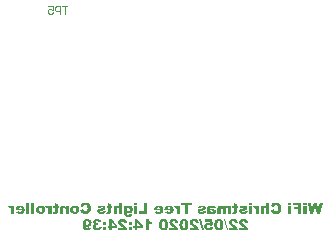
<source format=gbo>
G04*
G04 #@! TF.GenerationSoftware,Altium Limited,Altium Designer,20.1.8 (145)*
G04*
G04 Layer_Color=65535*
%FSAX44Y44*%
%MOMM*%
G71*
G04*
G04 #@! TF.SameCoordinates,BC819849-6B9C-4E92-9E7B-26ABC9CEBC8F*
G04*
G04*
G04 #@! TF.FilePolarity,Positive*
G04*
G01*
G75*
%ADD12C,0.1016*%
G36*
X00357062Y00128209D02*
X00354491D01*
Y00129968D01*
X00357062D01*
Y00128209D01*
D02*
G37*
G36*
X00344104D02*
X00341533D01*
Y00129968D01*
X00344104D01*
Y00128209D01*
D02*
G37*
G36*
X00310999D02*
X00308427D01*
Y00129968D01*
X00310999D01*
Y00128209D01*
D02*
G37*
G36*
X00213831Y00128209D02*
X00211259D01*
Y00129968D01*
X00213831D01*
Y00128209D01*
D02*
G37*
G36*
X00325496Y00120698D02*
X00322925D01*
Y00123912D01*
X00322908Y00124233D01*
X00322874Y00124504D01*
X00322840Y00124724D01*
X00322772Y00124910D01*
X00322722Y00125028D01*
X00322688Y00125130D01*
X00322654Y00125181D01*
X00322637Y00125198D01*
X00322519Y00125316D01*
X00322400Y00125401D01*
X00322265Y00125468D01*
X00322146Y00125502D01*
X00322045Y00125536D01*
X00321960Y00125553D01*
X00321876D01*
X00321724Y00125536D01*
X00321588Y00125519D01*
X00321487Y00125468D01*
X00321385Y00125417D01*
X00321318Y00125367D01*
X00321267Y00125333D01*
X00321233Y00125299D01*
X00321216Y00125282D01*
X00321132Y00125164D01*
X00321081Y00125028D01*
X00321013Y00124741D01*
X00320996Y00124606D01*
X00320979Y00124487D01*
Y00124419D01*
Y00124386D01*
Y00120698D01*
X00318391D01*
Y00124961D01*
X00318425Y00125417D01*
X00318493Y00125823D01*
X00318577Y00126162D01*
X00318696Y00126433D01*
X00318814Y00126652D01*
X00318899Y00126805D01*
X00318966Y00126889D01*
X00319000Y00126923D01*
X00319254Y00127143D01*
X00319508Y00127295D01*
X00319795Y00127414D01*
X00320049Y00127481D01*
X00320286Y00127532D01*
X00320489Y00127549D01*
X00320556Y00127566D01*
X00320658D01*
X00320912Y00127549D01*
X00321148Y00127532D01*
X00321368Y00127498D01*
X00321538Y00127447D01*
X00321690Y00127397D01*
X00321791Y00127363D01*
X00321876Y00127346D01*
X00321893Y00127329D01*
X00322079Y00127227D01*
X00322265Y00127109D01*
X00322434Y00126974D01*
X00322603Y00126855D01*
X00322739Y00126737D01*
X00322840Y00126636D01*
X00322908Y00126568D01*
X00322925Y00126551D01*
Y00129968D01*
X00325496D01*
Y00120698D01*
D02*
G37*
G36*
X00200974Y00120698D02*
X00198403D01*
Y00123912D01*
X00198386Y00124233D01*
X00198352Y00124504D01*
X00198319Y00124724D01*
X00198251Y00124910D01*
X00198200Y00125028D01*
X00198166Y00125130D01*
X00198132Y00125181D01*
X00198116Y00125197D01*
X00197997Y00125316D01*
X00197879Y00125400D01*
X00197743Y00125468D01*
X00197625Y00125502D01*
X00197523Y00125536D01*
X00197439Y00125553D01*
X00197354D01*
X00197202Y00125536D01*
X00197067Y00125519D01*
X00196965Y00125468D01*
X00196864Y00125417D01*
X00196796Y00125367D01*
X00196745Y00125333D01*
X00196711Y00125299D01*
X00196695Y00125282D01*
X00196610Y00125164D01*
X00196559Y00125028D01*
X00196492Y00124741D01*
X00196475Y00124606D01*
X00196458Y00124487D01*
Y00124419D01*
Y00124386D01*
Y00120698D01*
X00193869D01*
Y00124961D01*
X00193903Y00125417D01*
X00193971Y00125823D01*
X00194056Y00126162D01*
X00194174Y00126432D01*
X00194292Y00126652D01*
X00194377Y00126805D01*
X00194445Y00126889D01*
X00194478Y00126923D01*
X00194732Y00127143D01*
X00194986Y00127295D01*
X00195273Y00127414D01*
X00195527Y00127481D01*
X00195764Y00127532D01*
X00195967Y00127549D01*
X00196035Y00127566D01*
X00196136D01*
X00196390Y00127549D01*
X00196627Y00127532D01*
X00196847Y00127498D01*
X00197016Y00127447D01*
X00197168Y00127397D01*
X00197270Y00127363D01*
X00197354Y00127346D01*
X00197371Y00127329D01*
X00197557Y00127227D01*
X00197743Y00127109D01*
X00197913Y00126974D01*
X00198082Y00126855D01*
X00198217Y00126737D01*
X00198319Y00126635D01*
X00198386Y00126568D01*
X00198403Y00126551D01*
Y00129968D01*
X00200974D01*
Y00120698D01*
D02*
G37*
G36*
X00288635Y00127549D02*
X00288889Y00127532D01*
X00289109Y00127481D01*
X00289295Y00127430D01*
X00289447Y00127380D01*
X00289549Y00127346D01*
X00289633Y00127312D01*
X00289650Y00127295D01*
X00289853Y00127177D01*
X00290039Y00127058D01*
X00290208Y00126906D01*
X00290378Y00126754D01*
X00290513Y00126635D01*
X00290614Y00126517D01*
X00290682Y00126449D01*
X00290699Y00126416D01*
Y00127414D01*
X00293101D01*
Y00120698D01*
X00290513D01*
Y00124115D01*
X00290496Y00124386D01*
X00290462Y00124606D01*
X00290428Y00124791D01*
X00290378Y00124944D01*
X00290327Y00125062D01*
X00290276Y00125147D01*
X00290259Y00125197D01*
X00290242Y00125215D01*
X00290124Y00125333D01*
X00290005Y00125417D01*
X00289887Y00125468D01*
X00289769Y00125519D01*
X00289650Y00125536D01*
X00289566Y00125553D01*
X00289498D01*
X00289312Y00125519D01*
X00289160Y00125468D01*
X00289058Y00125417D01*
X00289041Y00125384D01*
X00289024D01*
X00288889Y00125248D01*
X00288804Y00125130D01*
X00288754Y00125028D01*
X00288737Y00124994D01*
Y00124978D01*
X00288720Y00124910D01*
X00288703Y00124825D01*
X00288686Y00124622D01*
Y00124538D01*
Y00124453D01*
Y00124403D01*
Y00124386D01*
Y00120698D01*
X00286098D01*
Y00124166D01*
X00286081Y00124419D01*
X00286047Y00124639D01*
X00286013Y00124825D01*
X00285962Y00124961D01*
X00285912Y00125079D01*
X00285861Y00125147D01*
X00285844Y00125197D01*
X00285827Y00125215D01*
X00285725Y00125333D01*
X00285590Y00125417D01*
X00285472Y00125468D01*
X00285353Y00125519D01*
X00285252Y00125536D01*
X00285167Y00125553D01*
X00285100D01*
X00284964Y00125536D01*
X00284829Y00125502D01*
X00284727Y00125434D01*
X00284626Y00125384D01*
X00284558Y00125316D01*
X00284508Y00125248D01*
X00284474Y00125215D01*
X00284457Y00125197D01*
X00284389Y00125113D01*
X00284355Y00124994D01*
X00284288Y00124775D01*
Y00124673D01*
X00284271Y00124588D01*
Y00124538D01*
Y00124521D01*
Y00120698D01*
X00281682D01*
Y00124910D01*
Y00125164D01*
X00281716Y00125384D01*
X00281784Y00125807D01*
X00281868Y00126145D01*
X00281987Y00126432D01*
X00282105Y00126652D01*
X00282190Y00126805D01*
X00282258Y00126889D01*
X00282292Y00126923D01*
X00282545Y00127143D01*
X00282816Y00127295D01*
X00283086Y00127414D01*
X00283357Y00127481D01*
X00283611Y00127532D01*
X00283797Y00127549D01*
X00283882Y00127566D01*
X00283983D01*
X00284254Y00127549D01*
X00284491Y00127532D01*
X00284711Y00127481D01*
X00284880Y00127447D01*
X00285032Y00127397D01*
X00285150Y00127346D01*
X00285218Y00127329D01*
X00285235Y00127312D01*
X00285421Y00127211D01*
X00285607Y00127075D01*
X00285793Y00126923D01*
X00285962Y00126771D01*
X00286115Y00126635D01*
X00286233Y00126517D01*
X00286301Y00126449D01*
X00286334Y00126416D01*
X00286453Y00126618D01*
X00286571Y00126788D01*
X00286707Y00126940D01*
X00286825Y00127058D01*
X00286927Y00127160D01*
X00287011Y00127227D01*
X00287079Y00127261D01*
X00287096Y00127278D01*
X00287282Y00127380D01*
X00287485Y00127447D01*
X00287705Y00127498D01*
X00287908Y00127532D01*
X00288094Y00127549D01*
X00288229Y00127566D01*
X00288364D01*
X00288635Y00127549D01*
D02*
G37*
G36*
X00207419D02*
X00207639Y00127532D01*
X00208029Y00127430D01*
X00208367Y00127312D01*
X00208654Y00127160D01*
X00208891Y00127008D01*
X00209060Y00126872D01*
X00209111Y00126821D01*
X00209162Y00126771D01*
X00209179Y00126754D01*
X00209196Y00126737D01*
X00209331Y00126568D01*
X00209433Y00126399D01*
X00209619Y00126010D01*
X00209754Y00125620D01*
X00209839Y00125231D01*
X00209906Y00124893D01*
X00209923Y00124741D01*
Y00124606D01*
X00209940Y00124504D01*
Y00124419D01*
Y00124369D01*
Y00124352D01*
X00209923Y00123861D01*
X00209855Y00123421D01*
X00209754Y00123049D01*
X00209652Y00122728D01*
X00209602Y00122592D01*
X00209551Y00122474D01*
X00209500Y00122373D01*
X00209449Y00122288D01*
X00209416Y00122220D01*
X00209382Y00122170D01*
X00209365Y00122153D01*
Y00122136D01*
X00209196Y00121933D01*
X00209027Y00121747D01*
X00208841Y00121594D01*
X00208671Y00121459D01*
X00208485Y00121341D01*
X00208299Y00121256D01*
X00208130Y00121171D01*
X00207961Y00121121D01*
X00207656Y00121036D01*
X00207521Y00121002D01*
X00207403Y00120985D01*
X00207318Y00120968D01*
X00207183D01*
X00206929Y00120985D01*
X00206692Y00121019D01*
X00206472Y00121070D01*
X00206269Y00121121D01*
X00206117Y00121171D01*
X00205982Y00121222D01*
X00205914Y00121256D01*
X00205880Y00121273D01*
X00205745Y00121357D01*
X00205609Y00121459D01*
X00205474Y00121560D01*
X00205356Y00121679D01*
X00205254Y00121763D01*
X00205187Y00121848D01*
X00205136Y00121899D01*
X00205119Y00121916D01*
Y00120901D01*
X00205136Y00120647D01*
X00205170Y00120444D01*
X00205203Y00120275D01*
X00205254Y00120123D01*
X00205322Y00120021D01*
X00205356Y00119953D01*
X00205389Y00119903D01*
X00205406Y00119886D01*
X00205525Y00119784D01*
X00205660Y00119717D01*
X00205795Y00119649D01*
X00205931Y00119615D01*
X00206049Y00119598D01*
X00206151Y00119581D01*
X00206252D01*
X00206404Y00119598D01*
X00206540Y00119615D01*
X00206658Y00119649D01*
X00206760Y00119683D01*
X00206844Y00119717D01*
X00206912Y00119750D01*
X00206946Y00119784D01*
X00206963D01*
X00207030Y00119852D01*
X00207098Y00119920D01*
X00207183Y00120072D01*
X00207216Y00120140D01*
X00207233Y00120207D01*
X00207250Y00120241D01*
Y00120258D01*
X00209754Y00120546D01*
Y00120410D01*
Y00120309D01*
Y00120224D01*
Y00120207D01*
X00209737Y00120021D01*
X00209720Y00119852D01*
X00209636Y00119530D01*
X00209517Y00119243D01*
X00209382Y00119023D01*
X00209246Y00118837D01*
X00209128Y00118702D01*
X00209043Y00118617D01*
X00209010Y00118583D01*
X00208857Y00118482D01*
X00208671Y00118380D01*
X00208468Y00118296D01*
X00208248Y00118228D01*
X00207792Y00118126D01*
X00207335Y00118059D01*
X00207115Y00118025D01*
X00206895Y00118008D01*
X00206709Y00117991D01*
X00206540D01*
X00206404Y00117974D01*
X00205897D01*
X00205609Y00118008D01*
X00205339Y00118025D01*
X00205102Y00118059D01*
X00204916Y00118093D01*
X00204781Y00118110D01*
X00204696Y00118143D01*
X00204662D01*
X00204408Y00118211D01*
X00204188Y00118296D01*
X00204002Y00118363D01*
X00203833Y00118448D01*
X00203698Y00118532D01*
X00203613Y00118600D01*
X00203546Y00118634D01*
X00203529Y00118651D01*
X00203360Y00118786D01*
X00203224Y00118939D01*
X00203089Y00119108D01*
X00202987Y00119243D01*
X00202903Y00119378D01*
X00202852Y00119480D01*
X00202818Y00119564D01*
X00202801Y00119581D01*
X00202717Y00119801D01*
X00202649Y00120004D01*
X00202598Y00120207D01*
X00202565Y00120393D01*
X00202548Y00120546D01*
X00202531Y00120664D01*
Y00120732D01*
Y00120765D01*
Y00121070D01*
Y00127414D01*
X00204950D01*
Y00126416D01*
X00205119Y00126635D01*
X00205288Y00126805D01*
X00205440Y00126957D01*
X00205592Y00127092D01*
X00205711Y00127177D01*
X00205812Y00127244D01*
X00205880Y00127278D01*
X00205897Y00127295D01*
X00206100Y00127380D01*
X00206320Y00127447D01*
X00206540Y00127498D01*
X00206743Y00127532D01*
X00206929Y00127549D01*
X00207064Y00127566D01*
X00207200D01*
X00207419Y00127549D01*
D02*
G37*
G36*
X00277335D02*
X00277555Y00127532D01*
X00277758Y00127515D01*
X00277927Y00127481D01*
X00278062Y00127464D01*
X00278130Y00127447D01*
X00278164D01*
X00278384Y00127414D01*
X00278570Y00127363D01*
X00278739Y00127312D01*
X00278874Y00127261D01*
X00278976Y00127211D01*
X00279060Y00127177D01*
X00279111Y00127160D01*
X00279128Y00127143D01*
X00279297Y00127041D01*
X00279450Y00126923D01*
X00279585Y00126821D01*
X00279686Y00126720D01*
X00279771Y00126635D01*
X00279839Y00126568D01*
X00279872Y00126517D01*
X00279889Y00126500D01*
X00279974Y00126348D01*
X00280058Y00126179D01*
X00280126Y00126010D01*
X00280177Y00125857D01*
X00280228Y00125705D01*
X00280245Y00125587D01*
X00280278Y00125519D01*
Y00125485D01*
X00277809Y00125231D01*
X00277758Y00125384D01*
X00277690Y00125502D01*
X00277623Y00125604D01*
X00277555Y00125688D01*
X00277504Y00125756D01*
X00277453Y00125790D01*
X00277437Y00125823D01*
X00277419D01*
X00277284Y00125891D01*
X00277132Y00125942D01*
X00276828Y00126010D01*
X00276692D01*
X00276574Y00126026D01*
X00276303D01*
X00276151Y00125993D01*
X00276032Y00125959D01*
X00275948Y00125925D01*
X00275863Y00125891D01*
X00275812Y00125857D01*
X00275796Y00125840D01*
X00275779Y00125823D01*
X00275711Y00125739D01*
X00275660Y00125637D01*
X00275593Y00125434D01*
Y00125333D01*
X00275576Y00125248D01*
Y00125197D01*
Y00125181D01*
X00275931Y00125045D01*
X00276083Y00124994D01*
X00276218Y00124944D01*
X00276337Y00124910D01*
X00276422Y00124876D01*
X00276489Y00124859D01*
X00276506D01*
X00276591Y00124842D01*
X00276709Y00124809D01*
X00276980Y00124741D01*
X00277284Y00124673D01*
X00277606Y00124606D01*
X00277893Y00124555D01*
X00278029Y00124521D01*
X00278147Y00124504D01*
X00278248Y00124487D01*
X00278316Y00124470D01*
X00278367Y00124453D01*
X00278384D01*
X00278604Y00124403D01*
X00278807Y00124352D01*
X00279145Y00124233D01*
X00279433Y00124115D01*
X00279669Y00123996D01*
X00279839Y00123895D01*
X00279957Y00123810D01*
X00280025Y00123743D01*
X00280042Y00123726D01*
X00280194Y00123540D01*
X00280295Y00123320D01*
X00280380Y00123117D01*
X00280431Y00122914D01*
X00280464Y00122745D01*
X00280481Y00122609D01*
Y00122508D01*
Y00122491D01*
Y00122474D01*
X00280448Y00122170D01*
X00280380Y00121916D01*
X00280295Y00121679D01*
X00280177Y00121476D01*
X00280058Y00121307D01*
X00279974Y00121188D01*
X00279906Y00121121D01*
X00279872Y00121087D01*
X00279619Y00120901D01*
X00279314Y00120782D01*
X00279010Y00120681D01*
X00278722Y00120613D01*
X00278451Y00120579D01*
X00278333Y00120562D01*
X00278232D01*
X00278147Y00120546D01*
X00278029D01*
X00277707Y00120562D01*
X00277403Y00120596D01*
X00277132Y00120630D01*
X00276895Y00120681D01*
X00276709Y00120732D01*
X00276557Y00120782D01*
X00276472Y00120799D01*
X00276438Y00120816D01*
X00276252Y00120901D01*
X00276083Y00121019D01*
X00275914Y00121121D01*
X00275762Y00121239D01*
X00275626Y00121341D01*
X00275525Y00121425D01*
X00275457Y00121493D01*
X00275440Y00121510D01*
X00275406Y00121324D01*
X00275373Y00121188D01*
X00275356Y00121121D01*
Y00121087D01*
X00275305Y00120968D01*
X00275237Y00120850D01*
X00275170Y00120749D01*
X00275153Y00120715D01*
Y00120698D01*
X00272734D01*
X00272869Y00120968D01*
X00272903Y00121087D01*
X00272937Y00121188D01*
X00272971Y00121273D01*
X00272987Y00121324D01*
X00273004Y00121357D01*
Y00121374D01*
X00273021Y00121493D01*
X00273038Y00121611D01*
X00273055Y00121848D01*
Y00121950D01*
Y00122034D01*
Y00122102D01*
Y00122119D01*
Y00125079D01*
Y00125265D01*
X00273089Y00125434D01*
X00273123Y00125604D01*
X00273157Y00125756D01*
X00273190Y00125891D01*
X00273224Y00125993D01*
X00273241Y00126060D01*
X00273258Y00126077D01*
X00273326Y00126263D01*
X00273410Y00126432D01*
X00273495Y00126568D01*
X00273580Y00126686D01*
X00273647Y00126771D01*
X00273715Y00126838D01*
X00273749Y00126872D01*
X00273766Y00126889D01*
X00273952Y00127024D01*
X00274155Y00127143D01*
X00274341Y00127244D01*
X00274527Y00127312D01*
X00274696Y00127363D01*
X00274831Y00127397D01*
X00274916Y00127430D01*
X00274950D01*
X00275220Y00127481D01*
X00275525Y00127515D01*
X00275846Y00127532D01*
X00276134Y00127549D01*
X00276405Y00127566D01*
X00277081D01*
X00277335Y00127549D01*
D02*
G37*
G36*
X00368853Y00120698D02*
X00366045D01*
X00364421Y00126534D01*
X00362797Y00120698D01*
X00359972D01*
X00357925Y00129968D01*
X00360648D01*
X00361629Y00124775D01*
X00363067Y00129968D01*
X00365774D01*
X00367212Y00124792D01*
X00368193Y00129968D01*
X00370900D01*
X00368853Y00120698D01*
D02*
G37*
G36*
X00331467Y00130103D02*
X00331856Y00130070D01*
X00332212Y00130002D01*
X00332550Y00129934D01*
X00332855Y00129833D01*
X00333142Y00129731D01*
X00333413Y00129613D01*
X00333633Y00129511D01*
X00333853Y00129393D01*
X00334022Y00129274D01*
X00334174Y00129173D01*
X00334309Y00129071D01*
X00334394Y00129004D01*
X00334479Y00128936D01*
X00334512Y00128902D01*
X00334529Y00128885D01*
X00334749Y00128649D01*
X00334935Y00128378D01*
X00335088Y00128107D01*
X00335240Y00127820D01*
X00335358Y00127515D01*
X00335443Y00127227D01*
X00335527Y00126940D01*
X00335595Y00126652D01*
X00335646Y00126382D01*
X00335680Y00126145D01*
X00335714Y00125925D01*
X00335730Y00125722D01*
Y00125570D01*
X00335747Y00125451D01*
Y00125384D01*
Y00125350D01*
X00335714Y00124741D01*
X00335680Y00124453D01*
X00335646Y00124183D01*
X00335578Y00123929D01*
X00335527Y00123692D01*
X00335460Y00123472D01*
X00335392Y00123286D01*
X00335341Y00123100D01*
X00335274Y00122948D01*
X00335206Y00122812D01*
X00335155Y00122711D01*
X00335121Y00122626D01*
X00335088Y00122559D01*
X00335054Y00122525D01*
Y00122508D01*
X00334783Y00122119D01*
X00334512Y00121797D01*
X00334225Y00121544D01*
X00333971Y00121324D01*
X00333751Y00121172D01*
X00333565Y00121053D01*
X00333497Y00121019D01*
X00333447Y00120985D01*
X00333430Y00120969D01*
X00333413D01*
X00333024Y00120833D01*
X00332618Y00120732D01*
X00332195Y00120647D01*
X00331806Y00120596D01*
X00331620Y00120579D01*
X00331451Y00120562D01*
X00331315D01*
X00331180Y00120546D01*
X00330926D01*
X00330486Y00120562D01*
X00330080Y00120596D01*
X00329725Y00120664D01*
X00329437Y00120732D01*
X00329201Y00120782D01*
X00329015Y00120850D01*
X00328964Y00120867D01*
X00328913Y00120884D01*
X00328896Y00120901D01*
X00328879D01*
X00328592Y00121053D01*
X00328321Y00121222D01*
X00328101Y00121391D01*
X00327898Y00121560D01*
X00327746Y00121730D01*
X00327627Y00121848D01*
X00327543Y00121933D01*
X00327526Y00121966D01*
X00327323Y00122254D01*
X00327171Y00122542D01*
X00327018Y00122829D01*
X00326917Y00123117D01*
X00326815Y00123354D01*
X00326765Y00123557D01*
X00326748Y00123624D01*
X00326731Y00123675D01*
X00326714Y00123709D01*
Y00123726D01*
X00329218Y00124504D01*
X00329302Y00124183D01*
X00329404Y00123912D01*
X00329505Y00123675D01*
X00329607Y00123489D01*
X00329691Y00123337D01*
X00329776Y00123235D01*
X00329827Y00123168D01*
X00329843Y00123151D01*
X00330013Y00122998D01*
X00330216Y00122880D01*
X00330419Y00122812D01*
X00330622Y00122745D01*
X00330808Y00122711D01*
X00330960Y00122694D01*
X00331095D01*
X00331400Y00122711D01*
X00331654Y00122779D01*
X00331890Y00122863D01*
X00332076Y00122982D01*
X00332212Y00123083D01*
X00332330Y00123168D01*
X00332398Y00123235D01*
X00332415Y00123252D01*
X00332499Y00123371D01*
X00332567Y00123506D01*
X00332685Y00123827D01*
X00332753Y00124183D01*
X00332821Y00124521D01*
X00332855Y00124842D01*
Y00124995D01*
X00332872Y00125113D01*
Y00125215D01*
Y00125299D01*
Y00125350D01*
Y00125367D01*
X00332855Y00125807D01*
X00332804Y00126179D01*
X00332753Y00126483D01*
X00332668Y00126737D01*
X00332601Y00126923D01*
X00332550Y00127075D01*
X00332499Y00127143D01*
X00332482Y00127177D01*
X00332381Y00127312D01*
X00332279Y00127447D01*
X00332043Y00127633D01*
X00331789Y00127786D01*
X00331552Y00127870D01*
X00331332Y00127938D01*
X00331146Y00127955D01*
X00331095Y00127972D01*
X00330841D01*
X00330689Y00127938D01*
X00330554Y00127921D01*
X00330435Y00127887D01*
X00330351Y00127853D01*
X00330266Y00127820D01*
X00330233Y00127803D01*
X00330216Y00127786D01*
X00329979Y00127633D01*
X00329793Y00127464D01*
X00329725Y00127397D01*
X00329657Y00127329D01*
X00329641Y00127295D01*
X00329623Y00127278D01*
X00329573Y00127194D01*
X00329522Y00127109D01*
X00329421Y00126906D01*
X00329387Y00126821D01*
X00329353Y00126737D01*
X00329336Y00126686D01*
Y00126669D01*
X00326799Y00127227D01*
X00326900Y00127498D01*
X00327001Y00127752D01*
X00327120Y00127972D01*
X00327238Y00128192D01*
X00327357Y00128395D01*
X00327492Y00128564D01*
X00327611Y00128733D01*
X00327729Y00128868D01*
X00327847Y00129004D01*
X00327949Y00129105D01*
X00328050Y00129207D01*
X00328135Y00129274D01*
X00328203Y00129342D01*
X00328253Y00129376D01*
X00328287Y00129410D01*
X00328304D01*
X00328507Y00129528D01*
X00328710Y00129647D01*
X00329150Y00129816D01*
X00329607Y00129951D01*
X00330063Y00130036D01*
X00330266Y00130070D01*
X00330452Y00130086D01*
X00330622Y00130103D01*
X00330774D01*
X00330892Y00130120D01*
X00331061D01*
X00331467Y00130103D01*
D02*
G37*
G36*
X00170237Y00130103D02*
X00170626Y00130070D01*
X00170982Y00130002D01*
X00171320Y00129934D01*
X00171624Y00129833D01*
X00171912Y00129731D01*
X00172183Y00129613D01*
X00172402Y00129511D01*
X00172622Y00129393D01*
X00172792Y00129274D01*
X00172944Y00129173D01*
X00173079Y00129071D01*
X00173164Y00129004D01*
X00173248Y00128936D01*
X00173282Y00128902D01*
X00173299Y00128885D01*
X00173519Y00128649D01*
X00173705Y00128378D01*
X00173857Y00128107D01*
X00174010Y00127820D01*
X00174128Y00127515D01*
X00174213Y00127227D01*
X00174297Y00126940D01*
X00174365Y00126652D01*
X00174416Y00126382D01*
X00174449Y00126145D01*
X00174483Y00125925D01*
X00174500Y00125722D01*
Y00125570D01*
X00174517Y00125451D01*
Y00125384D01*
Y00125350D01*
X00174483Y00124741D01*
X00174449Y00124453D01*
X00174416Y00124183D01*
X00174348Y00123929D01*
X00174297Y00123692D01*
X00174230Y00123472D01*
X00174162Y00123286D01*
X00174111Y00123100D01*
X00174043Y00122948D01*
X00173976Y00122812D01*
X00173925Y00122711D01*
X00173891Y00122626D01*
X00173857Y00122559D01*
X00173824Y00122525D01*
Y00122508D01*
X00173553Y00122119D01*
X00173282Y00121797D01*
X00172995Y00121544D01*
X00172741Y00121324D01*
X00172521Y00121171D01*
X00172335Y00121053D01*
X00172267Y00121019D01*
X00172216Y00120985D01*
X00172199Y00120968D01*
X00172183D01*
X00171793Y00120833D01*
X00171388Y00120732D01*
X00170965Y00120647D01*
X00170576Y00120596D01*
X00170389Y00120579D01*
X00170220Y00120562D01*
X00170085D01*
X00169950Y00120546D01*
X00169696D01*
X00169256Y00120562D01*
X00168850Y00120596D01*
X00168495Y00120664D01*
X00168207Y00120732D01*
X00167970Y00120782D01*
X00167784Y00120850D01*
X00167734Y00120867D01*
X00167683Y00120884D01*
X00167666Y00120901D01*
X00167649D01*
X00167361Y00121053D01*
X00167091Y00121222D01*
X00166871Y00121391D01*
X00166668Y00121560D01*
X00166516Y00121730D01*
X00166397Y00121848D01*
X00166313Y00121933D01*
X00166296Y00121966D01*
X00166093Y00122254D01*
X00165940Y00122542D01*
X00165788Y00122829D01*
X00165687Y00123117D01*
X00165585Y00123354D01*
X00165534Y00123557D01*
X00165518Y00123624D01*
X00165501Y00123675D01*
X00165484Y00123709D01*
Y00123726D01*
X00167987Y00124504D01*
X00168072Y00124183D01*
X00168173Y00123912D01*
X00168275Y00123675D01*
X00168376Y00123489D01*
X00168461Y00123337D01*
X00168546Y00123235D01*
X00168596Y00123168D01*
X00168613Y00123151D01*
X00168782Y00122998D01*
X00168985Y00122880D01*
X00169188Y00122812D01*
X00169391Y00122745D01*
X00169578Y00122711D01*
X00169730Y00122694D01*
X00169865D01*
X00170170Y00122711D01*
X00170423Y00122779D01*
X00170660Y00122863D01*
X00170846Y00122982D01*
X00170982Y00123083D01*
X00171100Y00123168D01*
X00171168Y00123235D01*
X00171185Y00123252D01*
X00171269Y00123371D01*
X00171337Y00123506D01*
X00171455Y00123827D01*
X00171523Y00124183D01*
X00171590Y00124521D01*
X00171624Y00124842D01*
Y00124994D01*
X00171641Y00125113D01*
Y00125215D01*
Y00125299D01*
Y00125350D01*
Y00125367D01*
X00171624Y00125807D01*
X00171574Y00126179D01*
X00171523Y00126483D01*
X00171438Y00126737D01*
X00171371Y00126923D01*
X00171320Y00127075D01*
X00171269Y00127143D01*
X00171252Y00127177D01*
X00171151Y00127312D01*
X00171049Y00127447D01*
X00170812Y00127633D01*
X00170559Y00127786D01*
X00170322Y00127870D01*
X00170102Y00127938D01*
X00169916Y00127955D01*
X00169865Y00127972D01*
X00169611D01*
X00169459Y00127938D01*
X00169324Y00127921D01*
X00169205Y00127887D01*
X00169121Y00127853D01*
X00169036Y00127820D01*
X00169002Y00127803D01*
X00168985Y00127786D01*
X00168749Y00127633D01*
X00168563Y00127464D01*
X00168495Y00127397D01*
X00168427Y00127329D01*
X00168410Y00127295D01*
X00168393Y00127278D01*
X00168343Y00127194D01*
X00168292Y00127109D01*
X00168190Y00126906D01*
X00168157Y00126821D01*
X00168123Y00126737D01*
X00168106Y00126686D01*
Y00126669D01*
X00165568Y00127227D01*
X00165670Y00127498D01*
X00165771Y00127752D01*
X00165890Y00127972D01*
X00166008Y00128192D01*
X00166126Y00128395D01*
X00166262Y00128564D01*
X00166380Y00128733D01*
X00166499Y00128868D01*
X00166617Y00129004D01*
X00166719Y00129105D01*
X00166820Y00129207D01*
X00166905Y00129274D01*
X00166972Y00129342D01*
X00167023Y00129376D01*
X00167057Y00129410D01*
X00167074D01*
X00167277Y00129528D01*
X00167480Y00129647D01*
X00167920Y00129816D01*
X00168376Y00129951D01*
X00168833Y00130036D01*
X00169036Y00130070D01*
X00169222Y00130086D01*
X00169391Y00130103D01*
X00169544D01*
X00169662Y00130120D01*
X00169831D01*
X00170237Y00130103D01*
D02*
G37*
G36*
X00298345Y00128632D02*
Y00127414D01*
X00299292Y00127414D01*
Y00125536D01*
X00298345Y00125536D01*
Y00123168D01*
X00298328Y00122779D01*
X00298311Y00122440D01*
X00298277Y00122153D01*
X00298244Y00121916D01*
X00298210Y00121747D01*
X00298176Y00121628D01*
X00298142Y00121544D01*
Y00121527D01*
X00298057Y00121357D01*
X00297939Y00121205D01*
X00297838Y00121070D01*
X00297719Y00120968D01*
X00297618Y00120884D01*
X00297533Y00120833D01*
X00297482Y00120799D01*
X00297465Y00120782D01*
X00297279Y00120698D01*
X00297043Y00120647D01*
X00296823Y00120596D01*
X00296586Y00120579D01*
X00296366Y00120562D01*
X00296197Y00120546D01*
X00296045D01*
X00295723Y00120562D01*
X00295419Y00120579D01*
X00295114Y00120613D01*
X00294843Y00120647D01*
X00294607Y00120681D01*
X00294421Y00120715D01*
X00294353Y00120732D01*
X00294302Y00120749D01*
X00294251D01*
X00294454Y00122525D01*
X00294640Y00122474D01*
X00294793Y00122440D01*
X00294928Y00122406D01*
X00295046Y00122389D01*
X00295131D01*
X00295199Y00122373D01*
X00295249D01*
X00295351Y00122389D01*
X00295452Y00122406D01*
X00295588Y00122474D01*
X00295655Y00122542D01*
X00295689Y00122576D01*
X00295706Y00122643D01*
X00295723Y00122728D01*
X00295740Y00122914D01*
X00295757Y00122998D01*
Y00123083D01*
Y00123134D01*
Y00123151D01*
Y00125536D01*
X00294336D01*
Y00127414D01*
X00295757D01*
Y00129968D01*
X00298345Y00128632D01*
D02*
G37*
G36*
X00191806D02*
Y00127414D01*
X00192753D01*
Y00125536D01*
X00191806D01*
Y00123168D01*
X00191789Y00122779D01*
X00191772Y00122440D01*
X00191738Y00122153D01*
X00191704Y00121916D01*
X00191670Y00121747D01*
X00191637Y00121628D01*
X00191603Y00121544D01*
Y00121527D01*
X00191518Y00121357D01*
X00191400Y00121205D01*
X00191298Y00121070D01*
X00191180Y00120968D01*
X00191078Y00120884D01*
X00190994Y00120833D01*
X00190943Y00120799D01*
X00190926Y00120782D01*
X00190740Y00120698D01*
X00190503Y00120647D01*
X00190283Y00120596D01*
X00190046Y00120579D01*
X00189826Y00120562D01*
X00189657Y00120546D01*
X00189505D01*
X00189184Y00120562D01*
X00188879Y00120579D01*
X00188575Y00120613D01*
X00188304Y00120647D01*
X00188067Y00120681D01*
X00187881Y00120715D01*
X00187813Y00120732D01*
X00187763Y00120749D01*
X00187712D01*
X00187915Y00122525D01*
X00188101Y00122474D01*
X00188253Y00122440D01*
X00188389Y00122406D01*
X00188507Y00122389D01*
X00188591D01*
X00188659Y00122373D01*
X00188710D01*
X00188811Y00122389D01*
X00188913Y00122406D01*
X00189048Y00122474D01*
X00189116Y00122542D01*
X00189150Y00122576D01*
X00189167Y00122643D01*
X00189184Y00122728D01*
X00189200Y00122914D01*
X00189217Y00122998D01*
Y00123083D01*
Y00123134D01*
Y00123151D01*
Y00125536D01*
X00187796D01*
Y00127414D01*
X00189217D01*
Y00129968D01*
X00191806Y00128632D01*
D02*
G37*
G36*
X00146453Y00128631D02*
Y00127414D01*
X00147400D01*
Y00125536D01*
X00146453D01*
Y00123167D01*
X00146436Y00122779D01*
X00146419Y00122440D01*
X00146385Y00122153D01*
X00146351Y00121916D01*
X00146317Y00121747D01*
X00146284Y00121628D01*
X00146250Y00121544D01*
Y00121527D01*
X00146165Y00121357D01*
X00146047Y00121205D01*
X00145945Y00121070D01*
X00145827Y00120968D01*
X00145725Y00120884D01*
X00145641Y00120833D01*
X00145590Y00120799D01*
X00145573Y00120782D01*
X00145387Y00120698D01*
X00145150Y00120647D01*
X00144930Y00120596D01*
X00144693Y00120579D01*
X00144473Y00120562D01*
X00144304Y00120546D01*
X00144152D01*
X00143831Y00120562D01*
X00143526Y00120579D01*
X00143222Y00120613D01*
X00142951Y00120647D01*
X00142714Y00120681D01*
X00142528Y00120715D01*
X00142460Y00120732D01*
X00142410Y00120749D01*
X00142359D01*
X00142562Y00122525D01*
X00142748Y00122474D01*
X00142900Y00122440D01*
X00143036Y00122406D01*
X00143154Y00122389D01*
X00143239D01*
X00143306Y00122373D01*
X00143357D01*
X00143459Y00122389D01*
X00143560Y00122406D01*
X00143695Y00122474D01*
X00143763Y00122542D01*
X00143797Y00122576D01*
X00143814Y00122643D01*
X00143831Y00122728D01*
X00143848Y00122914D01*
X00143865Y00122998D01*
Y00123083D01*
Y00123134D01*
Y00123151D01*
Y00125536D01*
X00142444D01*
Y00127414D01*
X00143865D01*
Y00129968D01*
X00146453Y00128631D01*
D02*
G37*
G36*
X00241032Y00127549D02*
X00241337Y00127532D01*
X00241624Y00127481D01*
X00241895Y00127414D01*
X00242149Y00127346D01*
X00242369Y00127261D01*
X00242589Y00127160D01*
X00242775Y00127075D01*
X00242944Y00126991D01*
X00243079Y00126889D01*
X00243215Y00126805D01*
X00243316Y00126737D01*
X00243401Y00126669D01*
X00243451Y00126635D01*
X00243485Y00126602D01*
X00243502Y00126585D01*
X00243671Y00126399D01*
X00243824Y00126196D01*
X00243959Y00125993D01*
X00244077Y00125773D01*
X00244179Y00125553D01*
X00244263Y00125350D01*
X00244382Y00124944D01*
X00244416Y00124758D01*
X00244450Y00124588D01*
X00244466Y00124419D01*
X00244483Y00124284D01*
X00244500Y00124183D01*
Y00124098D01*
Y00124047D01*
Y00124030D01*
X00244483Y00123624D01*
X00244416Y00123269D01*
X00244348Y00122931D01*
X00244247Y00122660D01*
X00244162Y00122423D01*
X00244077Y00122254D01*
X00244060Y00122186D01*
X00244027Y00122136D01*
X00244010Y00122119D01*
Y00122102D01*
X00243807Y00121814D01*
X00243604Y00121577D01*
X00243384Y00121374D01*
X00243181Y00121205D01*
X00243012Y00121087D01*
X00242859Y00120985D01*
X00242775Y00120935D01*
X00242741Y00120918D01*
X00242436Y00120799D01*
X00242098Y00120698D01*
X00241743Y00120630D01*
X00241404Y00120596D01*
X00241100Y00120562D01*
X00240982D01*
X00240863Y00120546D01*
X00240356D01*
X00240102Y00120562D01*
X00239848Y00120579D01*
X00239628Y00120613D01*
X00239408Y00120647D01*
X00239222Y00120681D01*
X00239053Y00120732D01*
X00238884Y00120765D01*
X00238749Y00120799D01*
X00238630Y00120850D01*
X00238529Y00120884D01*
X00238444Y00120918D01*
X00238377Y00120951D01*
X00238326Y00120968D01*
X00238309Y00120985D01*
X00238292D01*
X00237987Y00121171D01*
X00237717Y00121391D01*
X00237480Y00121645D01*
X00237277Y00121882D01*
X00237108Y00122102D01*
X00236972Y00122271D01*
X00236939Y00122339D01*
X00236905Y00122389D01*
X00236871Y00122423D01*
Y00122440D01*
X00239408Y00122677D01*
X00239493Y00122559D01*
X00239594Y00122474D01*
X00239662Y00122389D01*
X00239730Y00122339D01*
X00239831Y00122254D01*
X00239848Y00122237D01*
X00239865D01*
X00240000Y00122170D01*
X00240119Y00122136D01*
X00240339Y00122068D01*
X00240440D01*
X00240508Y00122051D01*
X00240576D01*
X00240795Y00122068D01*
X00240982Y00122119D01*
X00241151Y00122186D01*
X00241286Y00122271D01*
X00241404Y00122356D01*
X00241489Y00122423D01*
X00241540Y00122474D01*
X00241557Y00122491D01*
X00241641Y00122626D01*
X00241709Y00122762D01*
X00241810Y00123066D01*
X00241844Y00123201D01*
X00241861Y00123320D01*
X00241878Y00123387D01*
Y00123421D01*
X00236719D01*
Y00123709D01*
X00236736Y00124183D01*
X00236786Y00124606D01*
X00236854Y00124961D01*
X00236939Y00125282D01*
X00237023Y00125519D01*
X00237057Y00125620D01*
X00237091Y00125705D01*
X00237125Y00125773D01*
X00237142Y00125823D01*
X00237159Y00125840D01*
Y00125857D01*
X00237345Y00126145D01*
X00237548Y00126399D01*
X00237751Y00126618D01*
X00237971Y00126805D01*
X00238157Y00126940D01*
X00238309Y00127041D01*
X00238410Y00127109D01*
X00238427Y00127126D01*
X00238444D01*
X00238783Y00127278D01*
X00239155Y00127380D01*
X00239527Y00127464D01*
X00239882Y00127515D01*
X00240203Y00127549D01*
X00240356D01*
X00240474Y00127566D01*
X00240711D01*
X00241032Y00127549D01*
D02*
G37*
G36*
X00232388D02*
X00232693Y00127532D01*
X00232980Y00127481D01*
X00233251Y00127414D01*
X00233505Y00127346D01*
X00233724Y00127261D01*
X00233944Y00127160D01*
X00234130Y00127075D01*
X00234300Y00126991D01*
X00234435Y00126889D01*
X00234570Y00126805D01*
X00234672Y00126737D01*
X00234756Y00126669D01*
X00234807Y00126635D01*
X00234841Y00126602D01*
X00234858Y00126585D01*
X00235027Y00126399D01*
X00235179Y00126196D01*
X00235315Y00125993D01*
X00235433Y00125773D01*
X00235534Y00125553D01*
X00235619Y00125350D01*
X00235737Y00124944D01*
X00235771Y00124758D01*
X00235805Y00124588D01*
X00235822Y00124419D01*
X00235839Y00124284D01*
X00235856Y00124183D01*
Y00124098D01*
Y00124047D01*
Y00124030D01*
X00235839Y00123624D01*
X00235771Y00123269D01*
X00235704Y00122931D01*
X00235602Y00122660D01*
X00235518Y00122423D01*
X00235433Y00122254D01*
X00235416Y00122186D01*
X00235382Y00122136D01*
X00235365Y00122119D01*
Y00122102D01*
X00235162Y00121814D01*
X00234959Y00121577D01*
X00234739Y00121374D01*
X00234536Y00121205D01*
X00234367Y00121087D01*
X00234215Y00120985D01*
X00234130Y00120935D01*
X00234097Y00120918D01*
X00233792Y00120799D01*
X00233454Y00120698D01*
X00233099Y00120630D01*
X00232760Y00120596D01*
X00232456Y00120562D01*
X00232337D01*
X00232219Y00120546D01*
X00231711D01*
X00231458Y00120562D01*
X00231204Y00120579D01*
X00230984Y00120613D01*
X00230764Y00120647D01*
X00230578Y00120681D01*
X00230409Y00120732D01*
X00230240Y00120765D01*
X00230104Y00120799D01*
X00229986Y00120850D01*
X00229884Y00120884D01*
X00229800Y00120918D01*
X00229732Y00120951D01*
X00229681Y00120968D01*
X00229664Y00120985D01*
X00229648D01*
X00229343Y00121171D01*
X00229072Y00121391D01*
X00228836Y00121645D01*
X00228633Y00121882D01*
X00228463Y00122102D01*
X00228328Y00122271D01*
X00228294Y00122339D01*
X00228260Y00122389D01*
X00228227Y00122423D01*
Y00122440D01*
X00230764Y00122677D01*
X00230849Y00122559D01*
X00230950Y00122474D01*
X00231018Y00122389D01*
X00231085Y00122339D01*
X00231187Y00122254D01*
X00231204Y00122237D01*
X00231221D01*
X00231356Y00122170D01*
X00231475Y00122136D01*
X00231695Y00122068D01*
X00231796D01*
X00231864Y00122051D01*
X00231931D01*
X00232151Y00122068D01*
X00232337Y00122119D01*
X00232507Y00122186D01*
X00232642Y00122271D01*
X00232760Y00122356D01*
X00232845Y00122423D01*
X00232896Y00122474D01*
X00232913Y00122491D01*
X00232997Y00122626D01*
X00233065Y00122762D01*
X00233166Y00123066D01*
X00233200Y00123201D01*
X00233217Y00123320D01*
X00233234Y00123387D01*
Y00123421D01*
X00228074D01*
Y00123709D01*
X00228091Y00124183D01*
X00228142Y00124606D01*
X00228210Y00124961D01*
X00228294Y00125282D01*
X00228379Y00125519D01*
X00228413Y00125620D01*
X00228447Y00125705D01*
X00228480Y00125773D01*
X00228497Y00125823D01*
X00228514Y00125840D01*
Y00125857D01*
X00228700Y00126145D01*
X00228903Y00126399D01*
X00229106Y00126618D01*
X00229326Y00126805D01*
X00229512Y00126940D01*
X00229664Y00127041D01*
X00229766Y00127109D01*
X00229783Y00127126D01*
X00229800D01*
X00230138Y00127278D01*
X00230510Y00127380D01*
X00230882Y00127464D01*
X00231238Y00127515D01*
X00231559Y00127549D01*
X00231711D01*
X00231830Y00127566D01*
X00232067D01*
X00232388Y00127549D01*
D02*
G37*
G36*
X00115056Y00127549D02*
X00115360Y00127532D01*
X00115648Y00127481D01*
X00115919Y00127414D01*
X00116172Y00127346D01*
X00116392Y00127261D01*
X00116612Y00127160D01*
X00116798Y00127075D01*
X00116967Y00126991D01*
X00117103Y00126889D01*
X00117238Y00126805D01*
X00117340Y00126737D01*
X00117424Y00126669D01*
X00117475Y00126635D01*
X00117509Y00126602D01*
X00117526Y00126585D01*
X00117695Y00126399D01*
X00117847Y00126196D01*
X00117983Y00125993D01*
X00118101Y00125773D01*
X00118202Y00125553D01*
X00118287Y00125350D01*
X00118405Y00124944D01*
X00118439Y00124758D01*
X00118473Y00124588D01*
X00118490Y00124419D01*
X00118507Y00124284D01*
X00118524Y00124183D01*
Y00124098D01*
Y00124047D01*
Y00124030D01*
X00118507Y00123624D01*
X00118439Y00123269D01*
X00118371Y00122931D01*
X00118270Y00122660D01*
X00118186Y00122423D01*
X00118101Y00122254D01*
X00118084Y00122186D01*
X00118050Y00122136D01*
X00118033Y00122119D01*
Y00122102D01*
X00117830Y00121814D01*
X00117627Y00121577D01*
X00117407Y00121374D01*
X00117204Y00121205D01*
X00117035Y00121087D01*
X00116883Y00120985D01*
X00116798Y00120935D01*
X00116764Y00120918D01*
X00116460Y00120799D01*
X00116122Y00120698D01*
X00115766Y00120630D01*
X00115428Y00120596D01*
X00115124Y00120562D01*
X00115005D01*
X00114887Y00120546D01*
X00114379D01*
X00114125Y00120562D01*
X00113872Y00120579D01*
X00113652Y00120613D01*
X00113432Y00120647D01*
X00113246Y00120681D01*
X00113077Y00120732D01*
X00112907Y00120765D01*
X00112772Y00120799D01*
X00112654Y00120850D01*
X00112552Y00120884D01*
X00112468Y00120918D01*
X00112400Y00120951D01*
X00112349Y00120968D01*
X00112332Y00120985D01*
X00112316D01*
X00112011Y00121171D01*
X00111740Y00121391D01*
X00111503Y00121645D01*
X00111300Y00121882D01*
X00111131Y00122102D01*
X00110996Y00122271D01*
X00110962Y00122339D01*
X00110928Y00122389D01*
X00110894Y00122423D01*
Y00122440D01*
X00113432Y00122677D01*
X00113517Y00122559D01*
X00113618Y00122474D01*
X00113686Y00122389D01*
X00113753Y00122339D01*
X00113855Y00122254D01*
X00113872Y00122237D01*
X00113889D01*
X00114024Y00122170D01*
X00114142Y00122136D01*
X00114362Y00122068D01*
X00114464D01*
X00114531Y00122051D01*
X00114599D01*
X00114819Y00122068D01*
X00115005Y00122119D01*
X00115174Y00122186D01*
X00115310Y00122271D01*
X00115428Y00122356D01*
X00115513Y00122423D01*
X00115563Y00122474D01*
X00115580Y00122491D01*
X00115665Y00122626D01*
X00115733Y00122762D01*
X00115834Y00123066D01*
X00115868Y00123201D01*
X00115885Y00123320D01*
X00115902Y00123387D01*
Y00123421D01*
X00110742D01*
Y00123709D01*
X00110759Y00124183D01*
X00110810Y00124605D01*
X00110878Y00124961D01*
X00110962Y00125282D01*
X00111047Y00125519D01*
X00111081Y00125620D01*
X00111114Y00125705D01*
X00111148Y00125773D01*
X00111165Y00125823D01*
X00111182Y00125840D01*
Y00125857D01*
X00111368Y00126145D01*
X00111571Y00126399D01*
X00111774Y00126618D01*
X00111994Y00126805D01*
X00112180Y00126940D01*
X00112332Y00127041D01*
X00112434Y00127109D01*
X00112451Y00127126D01*
X00112468D01*
X00112806Y00127278D01*
X00113178Y00127380D01*
X00113550Y00127464D01*
X00113906Y00127515D01*
X00114227Y00127549D01*
X00114379D01*
X00114498Y00127566D01*
X00114734D01*
X00115056Y00127549D01*
D02*
G37*
G36*
X00357062Y00120698D02*
X00354491D01*
Y00127414D01*
X00357062D01*
Y00120698D01*
D02*
G37*
G36*
X00352664D02*
X00349788D01*
Y00124487D01*
X00346185D01*
Y00126365D01*
X00349788D01*
Y00127972D01*
X00345576D01*
Y00129968D01*
X00352664D01*
Y00120698D01*
D02*
G37*
G36*
X00344104D02*
X00341533D01*
Y00127414D01*
X00344104D01*
Y00120698D01*
D02*
G37*
G36*
X00312978Y00127549D02*
X00313147Y00127532D01*
X00313316Y00127481D01*
X00313451Y00127430D01*
X00313553Y00127380D01*
X00313638Y00127346D01*
X00313688Y00127312D01*
X00313705Y00127295D01*
X00313841Y00127177D01*
X00313959Y00127024D01*
X00314196Y00126703D01*
X00314280Y00126551D01*
X00314348Y00126433D01*
X00314399Y00126348D01*
X00314416Y00126314D01*
Y00127414D01*
X00316818D01*
Y00120698D01*
X00314230D01*
Y00122948D01*
Y00123235D01*
X00314213Y00123506D01*
X00314196Y00123743D01*
X00314162Y00123963D01*
X00314145Y00124166D01*
X00314111Y00124352D01*
X00314077Y00124504D01*
X00314027Y00124656D01*
X00313993Y00124775D01*
X00313959Y00124876D01*
X00313925Y00124961D01*
X00313908Y00125028D01*
X00313857Y00125113D01*
X00313841Y00125147D01*
X00313722Y00125282D01*
X00313587Y00125384D01*
X00313468Y00125468D01*
X00313333Y00125519D01*
X00313215Y00125553D01*
X00313130Y00125570D01*
X00312944D01*
X00312826Y00125536D01*
X00312589Y00125468D01*
X00312487Y00125434D01*
X00312403Y00125401D01*
X00312352Y00125384D01*
X00312335Y00125367D01*
X00311523Y00127211D01*
X00311777Y00127329D01*
X00312014Y00127414D01*
X00312217Y00127481D01*
X00312403Y00127515D01*
X00312555Y00127549D01*
X00312673Y00127566D01*
X00312775D01*
X00312978Y00127549D01*
D02*
G37*
G36*
X00310999Y00120698D02*
X00308427D01*
Y00127414D01*
X00310999D01*
Y00120698D01*
D02*
G37*
G36*
X00259776Y00127684D02*
X00256849D01*
Y00120698D01*
X00253990D01*
Y00127684D01*
X00251064D01*
Y00129968D01*
X00259776D01*
Y00127684D01*
D02*
G37*
G36*
X00246056Y00127549D02*
X00246226Y00127532D01*
X00246395Y00127481D01*
X00246530Y00127430D01*
X00246632Y00127380D01*
X00246716Y00127346D01*
X00246767Y00127312D01*
X00246784Y00127295D01*
X00246919Y00127177D01*
X00247038Y00127024D01*
X00247274Y00126703D01*
X00247359Y00126551D01*
X00247427Y00126432D01*
X00247477Y00126348D01*
X00247494Y00126314D01*
Y00127414D01*
X00249897D01*
Y00120698D01*
X00247308D01*
Y00122948D01*
Y00123235D01*
X00247291Y00123506D01*
X00247274Y00123743D01*
X00247241Y00123963D01*
X00247224Y00124166D01*
X00247190Y00124352D01*
X00247156Y00124504D01*
X00247105Y00124656D01*
X00247071Y00124775D01*
X00247038Y00124876D01*
X00247004Y00124961D01*
X00246987Y00125028D01*
X00246936Y00125113D01*
X00246919Y00125147D01*
X00246801Y00125282D01*
X00246665Y00125384D01*
X00246547Y00125468D01*
X00246412Y00125519D01*
X00246293Y00125553D01*
X00246209Y00125570D01*
X00246023D01*
X00245904Y00125536D01*
X00245667Y00125468D01*
X00245566Y00125434D01*
X00245481Y00125400D01*
X00245431Y00125384D01*
X00245414Y00125367D01*
X00244602Y00127211D01*
X00244855Y00127329D01*
X00245092Y00127414D01*
X00245295Y00127481D01*
X00245481Y00127515D01*
X00245634Y00127549D01*
X00245752Y00127566D01*
X00245854D01*
X00246056Y00127549D01*
D02*
G37*
G36*
X00222407Y00120698D02*
X00215066D01*
Y00122982D01*
X00219548D01*
Y00129968D01*
X00222407D01*
Y00120698D01*
D02*
G37*
G36*
X00213831D02*
X00211259D01*
Y00127414D01*
X00213831D01*
Y00120698D01*
D02*
G37*
G36*
X00151088Y00127549D02*
X00151342Y00127515D01*
X00151578Y00127481D01*
X00151781Y00127430D01*
X00151934Y00127363D01*
X00152052Y00127329D01*
X00152120Y00127295D01*
X00152154Y00127278D01*
X00152357Y00127160D01*
X00152543Y00127008D01*
X00152729Y00126855D01*
X00152898Y00126686D01*
X00153033Y00126551D01*
X00153135Y00126432D01*
X00153219Y00126348D01*
X00153236Y00126314D01*
Y00127414D01*
X00155622Y00127414D01*
Y00120698D01*
X00153050Y00120698D01*
Y00123912D01*
X00153033Y00124233D01*
X00152999Y00124504D01*
X00152966Y00124724D01*
X00152898Y00124910D01*
X00152847Y00125028D01*
X00152813Y00125130D01*
X00152780Y00125181D01*
X00152763Y00125197D01*
X00152644Y00125316D01*
X00152526Y00125400D01*
X00152390Y00125468D01*
X00152272Y00125502D01*
X00152170Y00125536D01*
X00152086Y00125553D01*
X00152001D01*
X00151849Y00125536D01*
X00151714Y00125519D01*
X00151612Y00125468D01*
X00151511Y00125417D01*
X00151443Y00125367D01*
X00151392Y00125333D01*
X00151358Y00125299D01*
X00151342Y00125282D01*
X00151257Y00125164D01*
X00151206Y00125028D01*
X00151139Y00124741D01*
X00151122Y00124605D01*
X00151105Y00124487D01*
Y00124419D01*
Y00124385D01*
Y00120698D01*
X00148517D01*
Y00124961D01*
X00148550Y00125417D01*
X00148618Y00125823D01*
X00148703Y00126162D01*
X00148821Y00126432D01*
X00148940Y00126652D01*
X00149024Y00126805D01*
X00149092Y00126889D01*
X00149126Y00126923D01*
X00149379Y00127143D01*
X00149650Y00127295D01*
X00149921Y00127414D01*
X00150191Y00127481D01*
X00150428Y00127532D01*
X00150631Y00127549D01*
X00150699Y00127566D01*
X00150800D01*
X00151088Y00127549D01*
D02*
G37*
G36*
X00137352D02*
X00137521Y00127532D01*
X00137690Y00127481D01*
X00137825Y00127430D01*
X00137927Y00127380D01*
X00138012Y00127346D01*
X00138062Y00127312D01*
X00138079Y00127295D01*
X00138215Y00127177D01*
X00138333Y00127024D01*
X00138570Y00126703D01*
X00138654Y00126551D01*
X00138722Y00126432D01*
X00138773Y00126348D01*
X00138790Y00126314D01*
Y00127414D01*
X00141192D01*
Y00120698D01*
X00138604D01*
Y00122948D01*
Y00123235D01*
X00138587Y00123506D01*
X00138570Y00123743D01*
X00138536Y00123963D01*
X00138519Y00124166D01*
X00138485Y00124352D01*
X00138451Y00124504D01*
X00138401Y00124656D01*
X00138367Y00124775D01*
X00138333Y00124876D01*
X00138299Y00124961D01*
X00138282Y00125028D01*
X00138231Y00125113D01*
X00138215Y00125147D01*
X00138096Y00125282D01*
X00137961Y00125384D01*
X00137842Y00125468D01*
X00137707Y00125519D01*
X00137589Y00125553D01*
X00137504Y00125570D01*
X00137318D01*
X00137199Y00125536D01*
X00136963Y00125468D01*
X00136861Y00125434D01*
X00136777Y00125400D01*
X00136726Y00125384D01*
X00136709Y00125367D01*
X00135897Y00127211D01*
X00136151Y00127329D01*
X00136388Y00127414D01*
X00136590Y00127481D01*
X00136777Y00127515D01*
X00136929Y00127549D01*
X00137047Y00127566D01*
X00137149D01*
X00137352Y00127549D01*
D02*
G37*
G36*
X00126745Y00120698D02*
X00124157D01*
Y00129968D01*
X00126745D01*
Y00120698D01*
D02*
G37*
G36*
X00122431D02*
X00119843D01*
Y00129968D01*
X00122431D01*
Y00120698D01*
D02*
G37*
G36*
X00105684Y00127549D02*
X00105853Y00127532D01*
X00106023Y00127481D01*
X00106158Y00127430D01*
X00106259Y00127380D01*
X00106344Y00127346D01*
X00106395Y00127312D01*
X00106412Y00127295D01*
X00106547Y00127177D01*
X00106665Y00127024D01*
X00106902Y00126703D01*
X00106987Y00126551D01*
X00107055Y00126432D01*
X00107105Y00126348D01*
X00107122Y00126314D01*
Y00127414D01*
X00109524D01*
Y00120698D01*
X00106936D01*
Y00122948D01*
Y00123235D01*
X00106919Y00123506D01*
X00106902Y00123743D01*
X00106868Y00123963D01*
X00106852Y00124166D01*
X00106818Y00124352D01*
X00106784Y00124504D01*
X00106733Y00124656D01*
X00106699Y00124775D01*
X00106665Y00124876D01*
X00106632Y00124961D01*
X00106615Y00125028D01*
X00106564Y00125113D01*
X00106547Y00125147D01*
X00106429Y00125282D01*
X00106293Y00125384D01*
X00106175Y00125468D01*
X00106039Y00125519D01*
X00105921Y00125553D01*
X00105836Y00125570D01*
X00105650D01*
X00105532Y00125536D01*
X00105295Y00125468D01*
X00105194Y00125434D01*
X00105109Y00125400D01*
X00105058Y00125384D01*
X00105041Y00125367D01*
X00104229Y00127211D01*
X00104483Y00127329D01*
X00104720Y00127414D01*
X00104923Y00127481D01*
X00105109Y00127515D01*
X00105261Y00127549D01*
X00105380Y00127566D01*
X00105481D01*
X00105684Y00127549D01*
D02*
G37*
G36*
X00304097Y00127549D02*
X00304469Y00127532D01*
X00304773Y00127481D01*
X00305027Y00127447D01*
X00305247Y00127397D01*
X00305399Y00127346D01*
X00305484Y00127329D01*
X00305518Y00127312D01*
X00305755Y00127211D01*
X00305974Y00127109D01*
X00306144Y00126991D01*
X00306296Y00126872D01*
X00306431Y00126771D01*
X00306516Y00126686D01*
X00306567Y00126618D01*
X00306583Y00126602D01*
X00306702Y00126416D01*
X00306803Y00126229D01*
X00306871Y00126026D01*
X00306905Y00125857D01*
X00306939Y00125688D01*
X00306956Y00125570D01*
Y00125485D01*
Y00125451D01*
X00306939Y00125231D01*
X00306905Y00125028D01*
X00306837Y00124859D01*
X00306770Y00124690D01*
X00306719Y00124572D01*
X00306651Y00124470D01*
X00306617Y00124403D01*
X00306600Y00124386D01*
X00306465Y00124216D01*
X00306313Y00124081D01*
X00306177Y00123963D01*
X00306042Y00123878D01*
X00305924Y00123793D01*
X00305822Y00123743D01*
X00305755Y00123726D01*
X00305738Y00123709D01*
X00305636Y00123675D01*
X00305501Y00123624D01*
X00305230Y00123557D01*
X00304909Y00123489D01*
X00304604Y00123421D01*
X00304317Y00123354D01*
X00304181Y00123337D01*
X00304080Y00123303D01*
X00303995Y00123286D01*
X00303911D01*
X00303877Y00123269D01*
X00303860D01*
X00303555Y00123218D01*
X00303302Y00123168D01*
X00303116Y00123117D01*
X00302980Y00123083D01*
X00302879Y00123049D01*
X00302811Y00123015D01*
X00302777Y00122998D01*
X00302760D01*
X00302659Y00122931D01*
X00302591Y00122863D01*
X00302540Y00122795D01*
X00302507Y00122728D01*
X00302473Y00122626D01*
Y00122592D01*
Y00122576D01*
X00302490Y00122491D01*
X00302507Y00122406D01*
X00302591Y00122271D01*
X00302676Y00122203D01*
X00302693Y00122170D01*
X00302710D01*
X00302828Y00122102D01*
X00302946Y00122051D01*
X00303200Y00121983D01*
X00303319Y00121966D01*
X00303420Y00121950D01*
X00303505D01*
X00303674Y00121966D01*
X00303826Y00121983D01*
X00303961Y00122017D01*
X00304063Y00122051D01*
X00304147Y00122085D01*
X00304215Y00122102D01*
X00304249Y00122136D01*
X00304266D01*
X00304367Y00122220D01*
X00304452Y00122322D01*
X00304570Y00122559D01*
X00304621Y00122660D01*
X00304655Y00122728D01*
X00304689Y00122795D01*
Y00122812D01*
X00307243Y00122576D01*
X00307142Y00122237D01*
X00306989Y00121933D01*
X00306837Y00121662D01*
X00306668Y00121459D01*
X00306499Y00121290D01*
X00306364Y00121172D01*
X00306279Y00121087D01*
X00306245Y00121070D01*
X00306093Y00120985D01*
X00305907Y00120901D01*
X00305501Y00120765D01*
X00305078Y00120681D01*
X00304638Y00120613D01*
X00304435Y00120596D01*
X00304249Y00120579D01*
X00304080Y00120562D01*
X00303927D01*
X00303792Y00120546D01*
X00303623D01*
X00303166Y00120562D01*
X00302760Y00120596D01*
X00302405Y00120647D01*
X00302118Y00120715D01*
X00301881Y00120765D01*
X00301712Y00120816D01*
X00301610Y00120850D01*
X00301576Y00120867D01*
X00301306Y00121002D01*
X00301086Y00121138D01*
X00300883Y00121290D01*
X00300730Y00121425D01*
X00300612Y00121544D01*
X00300527Y00121645D01*
X00300477Y00121713D01*
X00300460Y00121730D01*
X00300341Y00121933D01*
X00300257Y00122136D01*
X00300189Y00122339D01*
X00300155Y00122508D01*
X00300121Y00122660D01*
X00300104Y00122762D01*
Y00122846D01*
Y00122863D01*
X00300121Y00123066D01*
X00300155Y00123269D01*
X00300206Y00123455D01*
X00300274Y00123607D01*
X00300341Y00123726D01*
X00300392Y00123827D01*
X00300426Y00123895D01*
X00300443Y00123912D01*
X00300578Y00124081D01*
X00300730Y00124233D01*
X00300900Y00124369D01*
X00301052Y00124470D01*
X00301187Y00124555D01*
X00301306Y00124606D01*
X00301373Y00124639D01*
X00301407Y00124656D01*
X00301661Y00124758D01*
X00301965Y00124842D01*
X00302287Y00124910D01*
X00302591Y00124961D01*
X00302879Y00125012D01*
X00302997Y00125028D01*
X00303116Y00125045D01*
X00303200D01*
X00303268Y00125062D01*
X00303319D01*
X00303606Y00125096D01*
X00303843Y00125147D01*
X00304046Y00125181D01*
X00304181Y00125215D01*
X00304300Y00125248D01*
X00304367Y00125282D01*
X00304401Y00125299D01*
X00304418D01*
X00304503Y00125350D01*
X00304553Y00125401D01*
X00304621Y00125536D01*
X00304655Y00125637D01*
Y00125654D01*
Y00125671D01*
X00304638Y00125756D01*
X00304621Y00125823D01*
X00304553Y00125942D01*
X00304503Y00126010D01*
X00304469Y00126043D01*
X00304384Y00126094D01*
X00304283Y00126145D01*
X00304063Y00126196D01*
X00303978Y00126213D01*
X00303674D01*
X00303521Y00126179D01*
X00303403Y00126145D01*
X00303285Y00126111D01*
X00303200Y00126077D01*
X00303132Y00126043D01*
X00303099Y00126026D01*
X00303082Y00126010D01*
X00302946Y00125874D01*
X00302845Y00125722D01*
X00302811Y00125654D01*
X00302777Y00125587D01*
X00302760Y00125553D01*
Y00125536D01*
X00300324Y00125773D01*
X00300426Y00126010D01*
X00300527Y00126213D01*
X00300646Y00126382D01*
X00300747Y00126534D01*
X00300832Y00126652D01*
X00300900Y00126737D01*
X00300950Y00126788D01*
X00300967Y00126805D01*
X00301119Y00126940D01*
X00301289Y00127058D01*
X00301441Y00127160D01*
X00301593Y00127244D01*
X00301728Y00127295D01*
X00301830Y00127346D01*
X00301898Y00127380D01*
X00301931D01*
X00302168Y00127447D01*
X00302439Y00127481D01*
X00302726Y00127515D01*
X00303014Y00127549D01*
X00303285D01*
X00303386Y00127566D01*
X00303691D01*
X00304097Y00127549D01*
D02*
G37*
G36*
X00268826Y00127549D02*
X00269198Y00127532D01*
X00269503Y00127481D01*
X00269756Y00127447D01*
X00269976Y00127397D01*
X00270129Y00127346D01*
X00270213Y00127329D01*
X00270247Y00127312D01*
X00270484Y00127211D01*
X00270704Y00127109D01*
X00270873Y00126991D01*
X00271025Y00126872D01*
X00271161Y00126771D01*
X00271245Y00126686D01*
X00271296Y00126618D01*
X00271313Y00126602D01*
X00271431Y00126416D01*
X00271533Y00126229D01*
X00271600Y00126026D01*
X00271634Y00125857D01*
X00271668Y00125688D01*
X00271685Y00125570D01*
Y00125485D01*
Y00125451D01*
X00271668Y00125231D01*
X00271634Y00125028D01*
X00271567Y00124859D01*
X00271499Y00124690D01*
X00271448Y00124572D01*
X00271380Y00124470D01*
X00271346Y00124403D01*
X00271330Y00124386D01*
X00271194Y00124216D01*
X00271042Y00124081D01*
X00270907Y00123963D01*
X00270771Y00123878D01*
X00270653Y00123793D01*
X00270551Y00123743D01*
X00270484Y00123726D01*
X00270467Y00123709D01*
X00270365Y00123675D01*
X00270230Y00123624D01*
X00269959Y00123557D01*
X00269638Y00123489D01*
X00269333Y00123421D01*
X00269046Y00123354D01*
X00268911Y00123337D01*
X00268809Y00123303D01*
X00268724Y00123286D01*
X00268640D01*
X00268606Y00123269D01*
X00268589D01*
X00268285Y00123218D01*
X00268031Y00123168D01*
X00267845Y00123117D01*
X00267710Y00123083D01*
X00267608Y00123049D01*
X00267540Y00123015D01*
X00267507Y00122998D01*
X00267490D01*
X00267388Y00122931D01*
X00267320Y00122863D01*
X00267270Y00122795D01*
X00267236Y00122728D01*
X00267202Y00122626D01*
Y00122592D01*
Y00122576D01*
X00267219Y00122491D01*
X00267236Y00122406D01*
X00267320Y00122271D01*
X00267405Y00122203D01*
X00267422Y00122170D01*
X00267439D01*
X00267557Y00122102D01*
X00267676Y00122051D01*
X00267929Y00121983D01*
X00268048Y00121966D01*
X00268149Y00121950D01*
X00268234D01*
X00268403Y00121966D01*
X00268555Y00121983D01*
X00268691Y00122017D01*
X00268792Y00122051D01*
X00268877Y00122085D01*
X00268944Y00122102D01*
X00268978Y00122136D01*
X00268995D01*
X00269097Y00122220D01*
X00269181Y00122322D01*
X00269300Y00122559D01*
X00269350Y00122660D01*
X00269384Y00122728D01*
X00269418Y00122795D01*
Y00122812D01*
X00271973Y00122576D01*
X00271871Y00122237D01*
X00271719Y00121933D01*
X00271567Y00121662D01*
X00271397Y00121459D01*
X00271228Y00121290D01*
X00271093Y00121171D01*
X00271008Y00121087D01*
X00270974Y00121070D01*
X00270822Y00120985D01*
X00270636Y00120901D01*
X00270230Y00120765D01*
X00269807Y00120681D01*
X00269367Y00120613D01*
X00269164Y00120596D01*
X00268978Y00120579D01*
X00268809Y00120562D01*
X00268657D01*
X00268521Y00120546D01*
X00268352D01*
X00267896Y00120562D01*
X00267490Y00120596D01*
X00267134Y00120647D01*
X00266847Y00120715D01*
X00266610Y00120765D01*
X00266441Y00120816D01*
X00266339Y00120850D01*
X00266306Y00120867D01*
X00266035Y00121002D01*
X00265815Y00121138D01*
X00265612Y00121290D01*
X00265460Y00121425D01*
X00265341Y00121544D01*
X00265257Y00121645D01*
X00265206Y00121713D01*
X00265189Y00121730D01*
X00265071Y00121933D01*
X00264986Y00122136D01*
X00264918Y00122339D01*
X00264884Y00122508D01*
X00264851Y00122660D01*
X00264834Y00122762D01*
Y00122846D01*
Y00122863D01*
X00264851Y00123066D01*
X00264884Y00123269D01*
X00264935Y00123455D01*
X00265003Y00123607D01*
X00265071Y00123726D01*
X00265121Y00123827D01*
X00265155Y00123895D01*
X00265172Y00123912D01*
X00265307Y00124081D01*
X00265460Y00124233D01*
X00265629Y00124369D01*
X00265781Y00124470D01*
X00265916Y00124555D01*
X00266035Y00124606D01*
X00266103Y00124639D01*
X00266136Y00124656D01*
X00266390Y00124758D01*
X00266695Y00124842D01*
X00267016Y00124910D01*
X00267320Y00124961D01*
X00267608Y00125012D01*
X00267726Y00125028D01*
X00267845Y00125045D01*
X00267929D01*
X00267997Y00125062D01*
X00268048D01*
X00268335Y00125096D01*
X00268572Y00125147D01*
X00268775Y00125181D01*
X00268911Y00125215D01*
X00269029Y00125248D01*
X00269097Y00125282D01*
X00269130Y00125299D01*
X00269147D01*
X00269232Y00125350D01*
X00269283Y00125400D01*
X00269350Y00125536D01*
X00269384Y00125637D01*
Y00125654D01*
Y00125671D01*
X00269367Y00125756D01*
X00269350Y00125823D01*
X00269283Y00125942D01*
X00269232Y00126010D01*
X00269198Y00126043D01*
X00269114Y00126094D01*
X00269012Y00126145D01*
X00268792Y00126196D01*
X00268708Y00126213D01*
X00268403D01*
X00268251Y00126179D01*
X00268132Y00126145D01*
X00268014Y00126111D01*
X00267929Y00126077D01*
X00267862Y00126043D01*
X00267828Y00126026D01*
X00267811Y00126010D01*
X00267676Y00125874D01*
X00267574Y00125722D01*
X00267540Y00125654D01*
X00267507Y00125587D01*
X00267490Y00125553D01*
Y00125536D01*
X00265054Y00125773D01*
X00265155Y00126010D01*
X00265257Y00126213D01*
X00265375Y00126382D01*
X00265477Y00126534D01*
X00265561Y00126652D01*
X00265629Y00126737D01*
X00265680Y00126788D01*
X00265697Y00126805D01*
X00265849Y00126940D01*
X00266018Y00127058D01*
X00266170Y00127160D01*
X00266322Y00127244D01*
X00266458Y00127295D01*
X00266559Y00127346D01*
X00266627Y00127380D01*
X00266661D01*
X00266898Y00127447D01*
X00267168Y00127481D01*
X00267456Y00127515D01*
X00267743Y00127549D01*
X00268014D01*
X00268116Y00127566D01*
X00268420D01*
X00268826Y00127549D01*
D02*
G37*
G36*
X00183889D02*
X00184261Y00127532D01*
X00184565Y00127481D01*
X00184819Y00127447D01*
X00185039Y00127397D01*
X00185191Y00127346D01*
X00185276Y00127329D01*
X00185310Y00127312D01*
X00185547Y00127211D01*
X00185767Y00127109D01*
X00185936Y00126991D01*
X00186088Y00126872D01*
X00186223Y00126771D01*
X00186308Y00126686D01*
X00186359Y00126618D01*
X00186376Y00126602D01*
X00186494Y00126416D01*
X00186595Y00126229D01*
X00186663Y00126026D01*
X00186697Y00125857D01*
X00186731Y00125688D01*
X00186748Y00125570D01*
Y00125485D01*
Y00125451D01*
X00186731Y00125231D01*
X00186697Y00125028D01*
X00186629Y00124859D01*
X00186562Y00124690D01*
X00186511Y00124572D01*
X00186443Y00124470D01*
X00186409Y00124403D01*
X00186392Y00124386D01*
X00186257Y00124216D01*
X00186105Y00124081D01*
X00185970Y00123963D01*
X00185834Y00123878D01*
X00185716Y00123793D01*
X00185614Y00123743D01*
X00185547Y00123726D01*
X00185530Y00123709D01*
X00185428Y00123675D01*
X00185293Y00123624D01*
X00185022Y00123557D01*
X00184701Y00123489D01*
X00184396Y00123421D01*
X00184109Y00123354D01*
X00183973Y00123337D01*
X00183872Y00123303D01*
X00183787Y00123286D01*
X00183703D01*
X00183669Y00123269D01*
X00183652D01*
X00183347Y00123218D01*
X00183094Y00123168D01*
X00182908Y00123117D01*
X00182772Y00123083D01*
X00182671Y00123049D01*
X00182603Y00123015D01*
X00182569Y00122998D01*
X00182552D01*
X00182451Y00122931D01*
X00182383Y00122863D01*
X00182332Y00122795D01*
X00182299Y00122728D01*
X00182265Y00122626D01*
Y00122592D01*
Y00122576D01*
X00182282Y00122491D01*
X00182299Y00122406D01*
X00182383Y00122271D01*
X00182468Y00122203D01*
X00182485Y00122170D01*
X00182502D01*
X00182620Y00122102D01*
X00182738Y00122051D01*
X00182992Y00121983D01*
X00183111Y00121966D01*
X00183212Y00121950D01*
X00183297D01*
X00183466Y00121966D01*
X00183618Y00121983D01*
X00183753Y00122017D01*
X00183855Y00122051D01*
X00183939Y00122085D01*
X00184007Y00122102D01*
X00184041Y00122136D01*
X00184058D01*
X00184159Y00122220D01*
X00184244Y00122322D01*
X00184362Y00122559D01*
X00184413Y00122660D01*
X00184447Y00122728D01*
X00184481Y00122795D01*
Y00122812D01*
X00187035Y00122576D01*
X00186934Y00122237D01*
X00186782Y00121933D01*
X00186629Y00121662D01*
X00186460Y00121459D01*
X00186291Y00121290D01*
X00186156Y00121171D01*
X00186071Y00121087D01*
X00186037Y00121070D01*
X00185885Y00120985D01*
X00185699Y00120901D01*
X00185293Y00120765D01*
X00184870Y00120681D01*
X00184430Y00120613D01*
X00184227Y00120596D01*
X00184041Y00120579D01*
X00183872Y00120562D01*
X00183720D01*
X00183584Y00120546D01*
X00183415D01*
X00182958Y00120562D01*
X00182552Y00120596D01*
X00182197Y00120647D01*
X00181910Y00120715D01*
X00181673Y00120765D01*
X00181504Y00120816D01*
X00181402Y00120850D01*
X00181368Y00120867D01*
X00181098Y00121002D01*
X00180878Y00121138D01*
X00180675Y00121290D01*
X00180522Y00121425D01*
X00180404Y00121544D01*
X00180319Y00121645D01*
X00180269Y00121713D01*
X00180252Y00121730D01*
X00180133Y00121933D01*
X00180049Y00122136D01*
X00179981Y00122339D01*
X00179947Y00122508D01*
X00179913Y00122660D01*
X00179897Y00122762D01*
Y00122846D01*
Y00122863D01*
X00179913Y00123066D01*
X00179947Y00123269D01*
X00179998Y00123455D01*
X00180066Y00123607D01*
X00180133Y00123726D01*
X00180184Y00123827D01*
X00180218Y00123895D01*
X00180235Y00123912D01*
X00180370Y00124081D01*
X00180522Y00124233D01*
X00180692Y00124369D01*
X00180844Y00124470D01*
X00180979Y00124555D01*
X00181098Y00124606D01*
X00181165Y00124639D01*
X00181199Y00124656D01*
X00181453Y00124758D01*
X00181757Y00124842D01*
X00182079Y00124910D01*
X00182383Y00124961D01*
X00182671Y00125012D01*
X00182789Y00125028D01*
X00182908Y00125045D01*
X00182992D01*
X00183060Y00125062D01*
X00183111D01*
X00183398Y00125096D01*
X00183635Y00125147D01*
X00183838Y00125181D01*
X00183973Y00125215D01*
X00184092Y00125248D01*
X00184159Y00125282D01*
X00184193Y00125299D01*
X00184210D01*
X00184295Y00125350D01*
X00184345Y00125400D01*
X00184413Y00125536D01*
X00184447Y00125637D01*
Y00125654D01*
Y00125671D01*
X00184430Y00125756D01*
X00184413Y00125823D01*
X00184345Y00125942D01*
X00184295Y00126010D01*
X00184261Y00126043D01*
X00184176Y00126094D01*
X00184075Y00126145D01*
X00183855Y00126196D01*
X00183770Y00126213D01*
X00183466D01*
X00183314Y00126179D01*
X00183195Y00126145D01*
X00183077Y00126111D01*
X00182992Y00126077D01*
X00182924Y00126043D01*
X00182891Y00126026D01*
X00182874Y00126010D01*
X00182738Y00125874D01*
X00182637Y00125722D01*
X00182603Y00125654D01*
X00182569Y00125587D01*
X00182552Y00125553D01*
Y00125536D01*
X00180116Y00125773D01*
X00180218Y00126010D01*
X00180319Y00126213D01*
X00180438Y00126382D01*
X00180539Y00126534D01*
X00180624Y00126652D01*
X00180692Y00126737D01*
X00180742Y00126788D01*
X00180759Y00126805D01*
X00180912Y00126940D01*
X00181081Y00127058D01*
X00181233Y00127160D01*
X00181385Y00127244D01*
X00181521Y00127295D01*
X00181622Y00127346D01*
X00181690Y00127380D01*
X00181723D01*
X00181960Y00127447D01*
X00182231Y00127481D01*
X00182519Y00127515D01*
X00182806Y00127549D01*
X00183077D01*
X00183178Y00127566D01*
X00183483D01*
X00183889Y00127549D01*
D02*
G37*
G36*
X00161068D02*
X00161373Y00127515D01*
X00161661Y00127481D01*
X00161931Y00127414D01*
X00162185Y00127329D01*
X00162422Y00127244D01*
X00162625Y00127160D01*
X00162811Y00127075D01*
X00162980Y00126974D01*
X00163132Y00126889D01*
X00163268Y00126805D01*
X00163369Y00126720D01*
X00163454Y00126652D01*
X00163505Y00126618D01*
X00163538Y00126585D01*
X00163555Y00126568D01*
X00163741Y00126382D01*
X00163894Y00126179D01*
X00164029Y00125959D01*
X00164147Y00125756D01*
X00164249Y00125536D01*
X00164333Y00125333D01*
X00164452Y00124927D01*
X00164503Y00124741D01*
X00164536Y00124572D01*
X00164553Y00124419D01*
X00164570Y00124284D01*
X00164587Y00124183D01*
Y00124098D01*
Y00124047D01*
Y00124030D01*
X00164570Y00123726D01*
X00164536Y00123438D01*
X00164469Y00123168D01*
X00164401Y00122914D01*
X00164300Y00122677D01*
X00164198Y00122457D01*
X00164097Y00122254D01*
X00163978Y00122068D01*
X00163860Y00121916D01*
X00163758Y00121763D01*
X00163657Y00121645D01*
X00163555Y00121544D01*
X00163488Y00121459D01*
X00163420Y00121408D01*
X00163386Y00121374D01*
X00163369Y00121357D01*
X00163183Y00121222D01*
X00162963Y00121087D01*
X00162540Y00120884D01*
X00162100Y00120749D01*
X00161677Y00120647D01*
X00161491Y00120613D01*
X00161305Y00120596D01*
X00161153Y00120562D01*
X00161018D01*
X00160899Y00120546D01*
X00160747D01*
X00160409Y00120562D01*
X00160104Y00120596D01*
X00159800Y00120630D01*
X00159529Y00120698D01*
X00159275Y00120765D01*
X00159039Y00120850D01*
X00158819Y00120951D01*
X00158633Y00121036D01*
X00158463Y00121121D01*
X00158311Y00121222D01*
X00158176Y00121307D01*
X00158074Y00121374D01*
X00157990Y00121442D01*
X00157939Y00121493D01*
X00157905Y00121510D01*
X00157888Y00121527D01*
X00157702Y00121713D01*
X00157550Y00121916D01*
X00157415Y00122136D01*
X00157296Y00122339D01*
X00157195Y00122559D01*
X00157110Y00122762D01*
X00156992Y00123168D01*
X00156941Y00123354D01*
X00156907Y00123523D01*
X00156890Y00123675D01*
X00156873Y00123810D01*
X00156856Y00123912D01*
Y00123996D01*
Y00124047D01*
Y00124064D01*
X00156873Y00124318D01*
X00156890Y00124555D01*
X00156992Y00125012D01*
X00157127Y00125400D01*
X00157279Y00125739D01*
X00157364Y00125891D01*
X00157431Y00126010D01*
X00157499Y00126128D01*
X00157567Y00126213D01*
X00157618Y00126280D01*
X00157668Y00126348D01*
X00157685Y00126365D01*
X00157702Y00126382D01*
X00157905Y00126585D01*
X00158125Y00126771D01*
X00158362Y00126923D01*
X00158616Y00127075D01*
X00158869Y00127177D01*
X00159123Y00127278D01*
X00159377Y00127363D01*
X00159614Y00127414D01*
X00159834Y00127464D01*
X00160054Y00127498D01*
X00160257Y00127532D01*
X00160409Y00127549D01*
X00160561Y00127566D01*
X00160747D01*
X00161068Y00127549D01*
D02*
G37*
G36*
X00132277Y00127549D02*
X00132581Y00127515D01*
X00132869Y00127481D01*
X00133140Y00127414D01*
X00133393Y00127329D01*
X00133630Y00127244D01*
X00133833Y00127160D01*
X00134019Y00127075D01*
X00134188Y00126974D01*
X00134341Y00126889D01*
X00134476Y00126805D01*
X00134578Y00126720D01*
X00134662Y00126652D01*
X00134713Y00126618D01*
X00134747Y00126585D01*
X00134763Y00126568D01*
X00134950Y00126382D01*
X00135102Y00126179D01*
X00135237Y00125959D01*
X00135356Y00125756D01*
X00135457Y00125536D01*
X00135542Y00125333D01*
X00135660Y00124927D01*
X00135711Y00124741D01*
X00135745Y00124572D01*
X00135762Y00124419D01*
X00135779Y00124284D01*
X00135795Y00124183D01*
Y00124098D01*
Y00124047D01*
Y00124030D01*
X00135779Y00123726D01*
X00135745Y00123438D01*
X00135677Y00123167D01*
X00135609Y00122914D01*
X00135508Y00122677D01*
X00135406Y00122457D01*
X00135305Y00122254D01*
X00135186Y00122068D01*
X00135068Y00121916D01*
X00134966Y00121763D01*
X00134865Y00121645D01*
X00134763Y00121544D01*
X00134696Y00121459D01*
X00134628Y00121408D01*
X00134594Y00121374D01*
X00134578Y00121357D01*
X00134391Y00121222D01*
X00134171Y00121087D01*
X00133749Y00120884D01*
X00133309Y00120749D01*
X00132886Y00120647D01*
X00132700Y00120613D01*
X00132514Y00120596D01*
X00132361Y00120562D01*
X00132226D01*
X00132108Y00120546D01*
X00131955D01*
X00131617Y00120562D01*
X00131313Y00120596D01*
X00131008Y00120630D01*
X00130737Y00120698D01*
X00130484Y00120765D01*
X00130247Y00120850D01*
X00130027Y00120951D01*
X00129841Y00121036D01*
X00129672Y00121121D01*
X00129520Y00121222D01*
X00129384Y00121307D01*
X00129283Y00121374D01*
X00129198Y00121442D01*
X00129147Y00121493D01*
X00129114Y00121510D01*
X00129096Y00121527D01*
X00128911Y00121713D01*
X00128758Y00121916D01*
X00128623Y00122136D01*
X00128504Y00122339D01*
X00128403Y00122559D01*
X00128318Y00122762D01*
X00128200Y00123167D01*
X00128149Y00123354D01*
X00128115Y00123523D01*
X00128098Y00123675D01*
X00128082Y00123810D01*
X00128065Y00123912D01*
Y00123996D01*
Y00124047D01*
Y00124064D01*
X00128082Y00124318D01*
X00128098Y00124555D01*
X00128200Y00125011D01*
X00128335Y00125400D01*
X00128488Y00125739D01*
X00128572Y00125891D01*
X00128640Y00126010D01*
X00128708Y00126128D01*
X00128775Y00126213D01*
X00128826Y00126280D01*
X00128877Y00126348D01*
X00128893Y00126365D01*
X00128911Y00126382D01*
X00129114Y00126585D01*
X00129333Y00126771D01*
X00129570Y00126923D01*
X00129824Y00127075D01*
X00130078Y00127177D01*
X00130331Y00127278D01*
X00130585Y00127363D01*
X00130822Y00127414D01*
X00131042Y00127464D01*
X00131262Y00127498D01*
X00131465Y00127532D01*
X00131617Y00127549D01*
X00131769Y00127566D01*
X00131955D01*
X00132277Y00127549D01*
D02*
G37*
G36*
X00180522Y00116086D02*
X00180776Y00116069D01*
X00181013Y00116019D01*
X00181233Y00115968D01*
X00181436Y00115917D01*
X00181622Y00115866D01*
X00181774Y00115816D01*
X00181926Y00115748D01*
X00182062Y00115697D01*
X00182163Y00115646D01*
X00182248Y00115596D01*
X00182332Y00115545D01*
X00182383Y00115528D01*
X00182400Y00115494D01*
X00182417D01*
X00182722Y00115240D01*
X00182958Y00114953D01*
X00183161Y00114649D01*
X00183314Y00114361D01*
X00183432Y00114107D01*
X00183466Y00113989D01*
X00183517Y00113887D01*
X00183533Y00113820D01*
X00183550Y00113752D01*
X00183567Y00113718D01*
Y00113701D01*
X00181131Y00113278D01*
X00181081Y00113515D01*
X00181030Y00113718D01*
X00180962Y00113870D01*
X00180912Y00114006D01*
X00180844Y00114107D01*
X00180810Y00114175D01*
X00180776Y00114209D01*
X00180759Y00114226D01*
X00180641Y00114327D01*
X00180522Y00114395D01*
X00180404Y00114445D01*
X00180286Y00114479D01*
X00180167Y00114496D01*
X00180083Y00114513D01*
X00180015D01*
X00179846Y00114496D01*
X00179710Y00114479D01*
X00179592Y00114429D01*
X00179491Y00114395D01*
X00179406Y00114344D01*
X00179355Y00114293D01*
X00179321Y00114276D01*
X00179304Y00114259D01*
X00179220Y00114158D01*
X00179152Y00114039D01*
X00179118Y00113938D01*
X00179084Y00113820D01*
X00179068Y00113735D01*
X00179051Y00113650D01*
Y00113600D01*
Y00113583D01*
X00179068Y00113431D01*
X00179101Y00113278D01*
X00179169Y00113143D01*
X00179220Y00113041D01*
X00179287Y00112940D01*
X00179355Y00112872D01*
X00179389Y00112838D01*
X00179406Y00112822D01*
X00179541Y00112720D01*
X00179677Y00112652D01*
X00179829Y00112585D01*
X00179947Y00112551D01*
X00180066Y00112534D01*
X00180167Y00112517D01*
X00180353D01*
X00180472Y00112534D01*
X00180590D01*
X00180709Y00110707D01*
X00180522Y00110758D01*
X00180353Y00110792D01*
X00180218Y00110825D01*
X00180100Y00110842D01*
X00179998Y00110859D01*
X00179880D01*
X00179677Y00110842D01*
X00179491Y00110808D01*
X00179338Y00110741D01*
X00179203Y00110690D01*
X00179101Y00110622D01*
X00179034Y00110555D01*
X00178983Y00110521D01*
X00178966Y00110504D01*
X00178848Y00110352D01*
X00178763Y00110199D01*
X00178712Y00110030D01*
X00178662Y00109878D01*
X00178645Y00109726D01*
X00178628Y00109607D01*
Y00109540D01*
Y00109506D01*
X00178645Y00109286D01*
X00178678Y00109083D01*
X00178746Y00108897D01*
X00178797Y00108762D01*
X00178865Y00108643D01*
X00178932Y00108559D01*
X00178966Y00108508D01*
X00178983Y00108491D01*
X00179118Y00108372D01*
X00179254Y00108271D01*
X00179406Y00108203D01*
X00179541Y00108169D01*
X00179660Y00108136D01*
X00179761Y00108119D01*
X00179846D01*
X00180032Y00108136D01*
X00180184Y00108169D01*
X00180336Y00108203D01*
X00180455Y00108271D01*
X00180539Y00108322D01*
X00180624Y00108356D01*
X00180658Y00108389D01*
X00180675Y00108406D01*
X00180776Y00108542D01*
X00180878Y00108711D01*
X00181013Y00109066D01*
X00181064Y00109235D01*
X00181098Y00109370D01*
X00181131Y00109455D01*
Y00109489D01*
X00183703Y00109134D01*
X00183601Y00108829D01*
X00183483Y00108542D01*
X00183381Y00108305D01*
X00183263Y00108085D01*
X00183161Y00107916D01*
X00183077Y00107797D01*
X00183009Y00107730D01*
X00182992Y00107696D01*
X00182806Y00107493D01*
X00182603Y00107324D01*
X00182400Y00107171D01*
X00182214Y00107053D01*
X00182045Y00106952D01*
X00181910Y00106884D01*
X00181825Y00106850D01*
X00181791Y00106833D01*
X00181487Y00106732D01*
X00181165Y00106664D01*
X00180827Y00106613D01*
X00180506Y00106579D01*
X00180235Y00106562D01*
X00180100D01*
X00179998Y00106545D01*
X00179795D01*
X00179338Y00106562D01*
X00178915Y00106613D01*
X00178560Y00106664D01*
X00178256Y00106749D01*
X00178019Y00106816D01*
X00177917Y00106850D01*
X00177850Y00106867D01*
X00177782Y00106901D01*
X00177731Y00106918D01*
X00177714Y00106935D01*
X00177697D01*
X00177410Y00107104D01*
X00177173Y00107290D01*
X00176970Y00107476D01*
X00176784Y00107662D01*
X00176649Y00107831D01*
X00176564Y00107966D01*
X00176496Y00108051D01*
X00176479Y00108085D01*
X00176327Y00108372D01*
X00176226Y00108643D01*
X00176141Y00108897D01*
X00176090Y00109151D01*
X00176056Y00109354D01*
X00176040Y00109506D01*
Y00109607D01*
Y00109624D01*
Y00109641D01*
X00176056Y00109878D01*
X00176073Y00110081D01*
X00176124Y00110267D01*
X00176175Y00110436D01*
X00176226Y00110555D01*
X00176259Y00110656D01*
X00176293Y00110724D01*
X00176310Y00110741D01*
X00176412Y00110910D01*
X00176530Y00111062D01*
X00176649Y00111198D01*
X00176767Y00111299D01*
X00176868Y00111384D01*
X00176953Y00111451D01*
X00177004Y00111485D01*
X00177021Y00111502D01*
X00177139Y00111570D01*
X00177274Y00111620D01*
X00177528Y00111722D01*
X00177647Y00111756D01*
X00177748Y00111790D01*
X00177816Y00111806D01*
X00177833D01*
X00177596Y00111942D01*
X00177393Y00112094D01*
X00177224Y00112246D01*
X00177088Y00112365D01*
X00176987Y00112483D01*
X00176919Y00112568D01*
X00176868Y00112635D01*
X00176852Y00112652D01*
X00176733Y00112838D01*
X00176649Y00113025D01*
X00176598Y00113211D01*
X00176547Y00113380D01*
X00176530Y00113515D01*
X00176513Y00113633D01*
Y00113701D01*
Y00113735D01*
X00176530Y00113921D01*
X00176547Y00114107D01*
X00176632Y00114445D01*
X00176767Y00114733D01*
X00176919Y00114970D01*
X00177071Y00115173D01*
X00177190Y00115325D01*
X00177291Y00115410D01*
X00177308Y00115443D01*
X00177325D01*
X00177494Y00115562D01*
X00177663Y00115663D01*
X00178086Y00115833D01*
X00178509Y00115951D01*
X00178949Y00116036D01*
X00179152Y00116069D01*
X00179338Y00116086D01*
X00179507Y00116103D01*
X00179660D01*
X00179795Y00116120D01*
X00179964D01*
X00180522Y00116086D01*
D02*
G37*
G36*
X00304232Y00116103D02*
X00304638Y00116069D01*
X00304993Y00116019D01*
X00305281Y00115951D01*
X00305518Y00115883D01*
X00305687Y00115833D01*
X00305788Y00115799D01*
X00305805Y00115782D01*
X00305822D01*
X00306093Y00115647D01*
X00306313Y00115494D01*
X00306516Y00115342D01*
X00306668Y00115190D01*
X00306803Y00115055D01*
X00306905Y00114953D01*
X00306956Y00114885D01*
X00306973Y00114852D01*
X00307108Y00114598D01*
X00307226Y00114327D01*
X00307311Y00114056D01*
X00307395Y00113786D01*
X00307446Y00113532D01*
X00307480Y00113346D01*
X00307497Y00113261D01*
X00307514Y00113211D01*
Y00113177D01*
Y00113160D01*
X00304926Y00112957D01*
X00304875Y00113228D01*
X00304824Y00113447D01*
X00304756Y00113633D01*
X00304689Y00113786D01*
X00304621Y00113904D01*
X00304570Y00113989D01*
X00304536Y00114023D01*
X00304520Y00114039D01*
X00304384Y00114141D01*
X00304249Y00114226D01*
X00304114Y00114276D01*
X00303995Y00114327D01*
X00303877Y00114344D01*
X00303792Y00114361D01*
X00303708D01*
X00303538Y00114344D01*
X00303386Y00114310D01*
X00303251Y00114259D01*
X00303132Y00114209D01*
X00303031Y00114158D01*
X00302963Y00114107D01*
X00302929Y00114073D01*
X00302913Y00114056D01*
X00302811Y00113938D01*
X00302726Y00113820D01*
X00302676Y00113701D01*
X00302625Y00113583D01*
X00302608Y00113481D01*
X00302591Y00113397D01*
Y00113346D01*
Y00113329D01*
X00302608Y00113177D01*
X00302642Y00113041D01*
X00302693Y00112889D01*
X00302743Y00112771D01*
X00302811Y00112652D01*
X00302862Y00112568D01*
X00302896Y00112517D01*
X00302913Y00112500D01*
X00302980Y00112416D01*
X00303065Y00112314D01*
X00303268Y00112111D01*
X00303521Y00111908D01*
X00303758Y00111688D01*
X00303995Y00111502D01*
X00304181Y00111350D01*
X00304266Y00111299D01*
X00304317Y00111248D01*
X00304350Y00111231D01*
X00304367Y00111215D01*
X00304706Y00110961D01*
X00305010Y00110724D01*
X00305298Y00110487D01*
X00305551Y00110267D01*
X00305788Y00110047D01*
X00305991Y00109861D01*
X00306177Y00109675D01*
X00306330Y00109506D01*
X00306465Y00109354D01*
X00306600Y00109218D01*
X00306685Y00109100D01*
X00306770Y00109015D01*
X00306837Y00108931D01*
X00306871Y00108880D01*
X00306888Y00108846D01*
X00306905Y00108829D01*
X00307125Y00108457D01*
X00307311Y00108068D01*
X00307446Y00107713D01*
X00307548Y00107391D01*
X00307632Y00107104D01*
X00307649Y00106985D01*
X00307666Y00106884D01*
X00307683Y00106816D01*
X00307700Y00106749D01*
Y00106715D01*
Y00106698D01*
X00299952D01*
Y00108795D01*
X00303995D01*
X00303741Y00109015D01*
X00303555Y00109201D01*
X00303488Y00109252D01*
X00303437Y00109303D01*
X00303403Y00109320D01*
X00303386Y00109337D01*
X00303268Y00109438D01*
X00303116Y00109557D01*
X00302929Y00109675D01*
X00302760Y00109794D01*
X00302591Y00109912D01*
X00302456Y00110013D01*
X00302371Y00110081D01*
X00302337Y00110098D01*
X00302101Y00110267D01*
X00301881Y00110436D01*
X00301678Y00110605D01*
X00301492Y00110758D01*
X00301339Y00110910D01*
X00301187Y00111045D01*
X00300933Y00111299D01*
X00300747Y00111502D01*
X00300629Y00111654D01*
X00300544Y00111756D01*
X00300527Y00111790D01*
X00300358Y00112077D01*
X00300240Y00112365D01*
X00300138Y00112652D01*
X00300088Y00112889D01*
X00300054Y00113109D01*
X00300020Y00113278D01*
Y00113329D01*
Y00113380D01*
Y00113397D01*
Y00113414D01*
X00300037Y00113701D01*
X00300088Y00113972D01*
X00300155Y00114226D01*
X00300240Y00114429D01*
X00300324Y00114615D01*
X00300392Y00114733D01*
X00300443Y00114818D01*
X00300460Y00114852D01*
X00300629Y00115071D01*
X00300832Y00115274D01*
X00301035Y00115427D01*
X00301221Y00115562D01*
X00301390Y00115663D01*
X00301542Y00115748D01*
X00301627Y00115782D01*
X00301644Y00115799D01*
X00301661D01*
X00301965Y00115900D01*
X00302304Y00115985D01*
X00302659Y00116036D01*
X00302997Y00116086D01*
X00303302Y00116103D01*
X00303437D01*
X00303555Y00116120D01*
X00303775D01*
X00304232Y00116103D01*
D02*
G37*
G36*
X00295588Y00116103D02*
X00295994Y00116069D01*
X00296349Y00116019D01*
X00296637Y00115951D01*
X00296873Y00115883D01*
X00297043Y00115833D01*
X00297144Y00115799D01*
X00297161Y00115782D01*
X00297178D01*
X00297449Y00115646D01*
X00297668Y00115494D01*
X00297871Y00115342D01*
X00298024Y00115190D01*
X00298159Y00115055D01*
X00298260Y00114953D01*
X00298311Y00114885D01*
X00298328Y00114852D01*
X00298463Y00114598D01*
X00298582Y00114327D01*
X00298666Y00114056D01*
X00298751Y00113786D01*
X00298802Y00113532D01*
X00298836Y00113346D01*
X00298853Y00113261D01*
X00298869Y00113211D01*
Y00113177D01*
Y00113160D01*
X00296281Y00112957D01*
X00296231Y00113228D01*
X00296180Y00113447D01*
X00296112Y00113633D01*
X00296045Y00113786D01*
X00295977Y00113904D01*
X00295926Y00113989D01*
X00295892Y00114023D01*
X00295875Y00114039D01*
X00295740Y00114141D01*
X00295605Y00114226D01*
X00295469Y00114276D01*
X00295351Y00114327D01*
X00295233Y00114344D01*
X00295148Y00114361D01*
X00295063D01*
X00294894Y00114344D01*
X00294742Y00114310D01*
X00294607Y00114259D01*
X00294488Y00114209D01*
X00294387Y00114158D01*
X00294319Y00114107D01*
X00294285Y00114073D01*
X00294268Y00114056D01*
X00294167Y00113938D01*
X00294082Y00113820D01*
X00294031Y00113701D01*
X00293981Y00113583D01*
X00293964Y00113481D01*
X00293947Y00113397D01*
Y00113346D01*
Y00113329D01*
X00293964Y00113177D01*
X00293998Y00113041D01*
X00294048Y00112889D01*
X00294099Y00112771D01*
X00294167Y00112652D01*
X00294217Y00112568D01*
X00294251Y00112517D01*
X00294268Y00112500D01*
X00294336Y00112416D01*
X00294421Y00112314D01*
X00294624Y00112111D01*
X00294877Y00111908D01*
X00295114Y00111688D01*
X00295351Y00111502D01*
X00295537Y00111350D01*
X00295622Y00111299D01*
X00295672Y00111248D01*
X00295706Y00111231D01*
X00295723Y00111214D01*
X00296061Y00110961D01*
X00296366Y00110724D01*
X00296653Y00110487D01*
X00296907Y00110267D01*
X00297144Y00110047D01*
X00297347Y00109861D01*
X00297533Y00109675D01*
X00297685Y00109506D01*
X00297821Y00109354D01*
X00297956Y00109218D01*
X00298041Y00109100D01*
X00298125Y00109015D01*
X00298193Y00108931D01*
X00298227Y00108880D01*
X00298244Y00108846D01*
X00298260Y00108829D01*
X00298480Y00108457D01*
X00298666Y00108068D01*
X00298802Y00107713D01*
X00298903Y00107391D01*
X00298988Y00107104D01*
X00299005Y00106985D01*
X00299022Y00106884D01*
X00299039Y00106816D01*
X00299056Y00106749D01*
Y00106715D01*
Y00106698D01*
X00291308D01*
Y00108795D01*
X00295351D01*
X00295097Y00109015D01*
X00294911Y00109201D01*
X00294843Y00109252D01*
X00294793Y00109303D01*
X00294759Y00109320D01*
X00294742Y00109337D01*
X00294624Y00109438D01*
X00294471Y00109557D01*
X00294285Y00109675D01*
X00294116Y00109794D01*
X00293947Y00109912D01*
X00293811Y00110013D01*
X00293727Y00110081D01*
X00293693Y00110098D01*
X00293456Y00110267D01*
X00293236Y00110436D01*
X00293033Y00110605D01*
X00292847Y00110758D01*
X00292695Y00110910D01*
X00292543Y00111045D01*
X00292289Y00111299D01*
X00292103Y00111502D01*
X00291985Y00111654D01*
X00291900Y00111756D01*
X00291883Y00111790D01*
X00291714Y00112077D01*
X00291595Y00112365D01*
X00291494Y00112652D01*
X00291443Y00112889D01*
X00291409Y00113109D01*
X00291376Y00113278D01*
Y00113329D01*
Y00113380D01*
Y00113397D01*
Y00113414D01*
X00291392Y00113701D01*
X00291443Y00113972D01*
X00291511Y00114226D01*
X00291595Y00114429D01*
X00291680Y00114615D01*
X00291748Y00114733D01*
X00291798Y00114818D01*
X00291815Y00114852D01*
X00291985Y00115071D01*
X00292188Y00115274D01*
X00292391Y00115427D01*
X00292577Y00115562D01*
X00292746Y00115663D01*
X00292898Y00115748D01*
X00292983Y00115782D01*
X00292999Y00115799D01*
X00293016D01*
X00293321Y00115900D01*
X00293659Y00115985D01*
X00294014Y00116036D01*
X00294353Y00116086D01*
X00294657Y00116103D01*
X00294793D01*
X00294911Y00116120D01*
X00295131D01*
X00295588Y00116103D01*
D02*
G37*
G36*
X00262449D02*
X00262854Y00116069D01*
X00263210Y00116019D01*
X00263497Y00115951D01*
X00263734Y00115883D01*
X00263903Y00115833D01*
X00264005Y00115799D01*
X00264022Y00115782D01*
X00264039D01*
X00264309Y00115646D01*
X00264529Y00115494D01*
X00264732Y00115342D01*
X00264884Y00115190D01*
X00265020Y00115055D01*
X00265121Y00114953D01*
X00265172Y00114885D01*
X00265189Y00114852D01*
X00265324Y00114598D01*
X00265443Y00114327D01*
X00265527Y00114056D01*
X00265612Y00113786D01*
X00265663Y00113532D01*
X00265697Y00113346D01*
X00265713Y00113261D01*
X00265730Y00113211D01*
Y00113177D01*
Y00113160D01*
X00263142Y00112957D01*
X00263091Y00113228D01*
X00263041Y00113447D01*
X00262973Y00113633D01*
X00262905Y00113786D01*
X00262838Y00113904D01*
X00262787Y00113989D01*
X00262753Y00114023D01*
X00262736Y00114039D01*
X00262601Y00114141D01*
X00262465Y00114226D01*
X00262330Y00114276D01*
X00262212Y00114327D01*
X00262093Y00114344D01*
X00262009Y00114361D01*
X00261924D01*
X00261755Y00114344D01*
X00261603Y00114310D01*
X00261467Y00114259D01*
X00261349Y00114209D01*
X00261248Y00114158D01*
X00261180Y00114107D01*
X00261146Y00114073D01*
X00261129Y00114056D01*
X00261028Y00113938D01*
X00260943Y00113820D01*
X00260892Y00113701D01*
X00260842Y00113583D01*
X00260825Y00113481D01*
X00260808Y00113397D01*
Y00113346D01*
Y00113329D01*
X00260825Y00113177D01*
X00260858Y00113041D01*
X00260909Y00112889D01*
X00260960Y00112771D01*
X00261028Y00112652D01*
X00261078Y00112568D01*
X00261112Y00112517D01*
X00261129Y00112500D01*
X00261197Y00112416D01*
X00261281Y00112314D01*
X00261484Y00112111D01*
X00261738Y00111908D01*
X00261975Y00111688D01*
X00262212Y00111502D01*
X00262398Y00111350D01*
X00262482Y00111299D01*
X00262533Y00111248D01*
X00262567Y00111231D01*
X00262584Y00111214D01*
X00262922Y00110961D01*
X00263227Y00110724D01*
X00263514Y00110487D01*
X00263768Y00110267D01*
X00264005Y00110047D01*
X00264208Y00109861D01*
X00264394Y00109675D01*
X00264546Y00109506D01*
X00264681Y00109354D01*
X00264817Y00109218D01*
X00264901Y00109100D01*
X00264986Y00109015D01*
X00265054Y00108931D01*
X00265088Y00108880D01*
X00265104Y00108846D01*
X00265121Y00108829D01*
X00265341Y00108457D01*
X00265527Y00108068D01*
X00265663Y00107713D01*
X00265764Y00107391D01*
X00265849Y00107104D01*
X00265866Y00106985D01*
X00265883Y00106884D01*
X00265900Y00106816D01*
X00265916Y00106749D01*
Y00106715D01*
Y00106698D01*
X00258169D01*
Y00108795D01*
X00262212D01*
X00261958Y00109015D01*
X00261772Y00109201D01*
X00261704Y00109252D01*
X00261653Y00109303D01*
X00261620Y00109320D01*
X00261603Y00109337D01*
X00261484Y00109438D01*
X00261332Y00109557D01*
X00261146Y00109675D01*
X00260977Y00109794D01*
X00260808Y00109912D01*
X00260672Y00110013D01*
X00260588Y00110081D01*
X00260554Y00110098D01*
X00260317Y00110267D01*
X00260097Y00110436D01*
X00259894Y00110605D01*
X00259708Y00110758D01*
X00259556Y00110910D01*
X00259404Y00111045D01*
X00259150Y00111299D01*
X00258964Y00111502D01*
X00258845Y00111654D01*
X00258761Y00111756D01*
X00258744Y00111790D01*
X00258575Y00112077D01*
X00258456Y00112365D01*
X00258355Y00112652D01*
X00258304Y00112889D01*
X00258270Y00113109D01*
X00258236Y00113278D01*
Y00113329D01*
Y00113380D01*
Y00113397D01*
Y00113414D01*
X00258253Y00113701D01*
X00258304Y00113972D01*
X00258372Y00114226D01*
X00258456Y00114429D01*
X00258541Y00114615D01*
X00258608Y00114733D01*
X00258659Y00114818D01*
X00258676Y00114852D01*
X00258845Y00115071D01*
X00259048Y00115274D01*
X00259251Y00115427D01*
X00259437Y00115562D01*
X00259607Y00115663D01*
X00259759Y00115748D01*
X00259843Y00115782D01*
X00259860Y00115799D01*
X00259877D01*
X00260182Y00115900D01*
X00260520Y00115985D01*
X00260875Y00116036D01*
X00261214Y00116086D01*
X00261518Y00116103D01*
X00261653D01*
X00261772Y00116120D01*
X00261992D01*
X00262449Y00116103D01*
D02*
G37*
G36*
X00245160D02*
X00245566Y00116069D01*
X00245921Y00116019D01*
X00246209Y00115951D01*
X00246446Y00115883D01*
X00246615Y00115833D01*
X00246716Y00115799D01*
X00246733Y00115782D01*
X00246750D01*
X00247021Y00115646D01*
X00247241Y00115494D01*
X00247444Y00115342D01*
X00247596Y00115190D01*
X00247731Y00115055D01*
X00247833Y00114953D01*
X00247883Y00114885D01*
X00247900Y00114852D01*
X00248036Y00114598D01*
X00248154Y00114327D01*
X00248239Y00114056D01*
X00248323Y00113786D01*
X00248374Y00113532D01*
X00248408Y00113346D01*
X00248425Y00113261D01*
X00248442Y00113211D01*
Y00113177D01*
Y00113160D01*
X00245854Y00112957D01*
X00245803Y00113228D01*
X00245752Y00113447D01*
X00245684Y00113633D01*
X00245617Y00113786D01*
X00245549Y00113904D01*
X00245498Y00113989D01*
X00245464Y00114023D01*
X00245448Y00114039D01*
X00245312Y00114141D01*
X00245177Y00114226D01*
X00245042Y00114276D01*
X00244923Y00114327D01*
X00244805Y00114344D01*
X00244720Y00114361D01*
X00244636D01*
X00244466Y00114344D01*
X00244314Y00114310D01*
X00244179Y00114259D01*
X00244060Y00114209D01*
X00243959Y00114158D01*
X00243891Y00114107D01*
X00243857Y00114073D01*
X00243841Y00114056D01*
X00243739Y00113938D01*
X00243654Y00113820D01*
X00243604Y00113701D01*
X00243553Y00113583D01*
X00243536Y00113481D01*
X00243519Y00113397D01*
Y00113346D01*
Y00113329D01*
X00243536Y00113177D01*
X00243570Y00113041D01*
X00243621Y00112889D01*
X00243671Y00112771D01*
X00243739Y00112652D01*
X00243790Y00112568D01*
X00243824Y00112517D01*
X00243841Y00112500D01*
X00243908Y00112416D01*
X00243993Y00112314D01*
X00244196Y00112111D01*
X00244450Y00111908D01*
X00244686Y00111688D01*
X00244923Y00111502D01*
X00245109Y00111350D01*
X00245194Y00111299D01*
X00245245Y00111248D01*
X00245278Y00111231D01*
X00245295Y00111214D01*
X00245634Y00110961D01*
X00245938Y00110724D01*
X00246226Y00110487D01*
X00246479Y00110267D01*
X00246716Y00110047D01*
X00246919Y00109861D01*
X00247105Y00109675D01*
X00247258Y00109506D01*
X00247393Y00109354D01*
X00247528Y00109218D01*
X00247613Y00109100D01*
X00247697Y00109015D01*
X00247765Y00108931D01*
X00247799Y00108880D01*
X00247816Y00108846D01*
X00247833Y00108829D01*
X00248053Y00108457D01*
X00248239Y00108068D01*
X00248374Y00107713D01*
X00248476Y00107391D01*
X00248560Y00107104D01*
X00248577Y00106985D01*
X00248594Y00106884D01*
X00248611Y00106816D01*
X00248628Y00106749D01*
Y00106715D01*
Y00106698D01*
X00240880D01*
Y00108795D01*
X00244923D01*
X00244669Y00109015D01*
X00244483Y00109201D01*
X00244416Y00109252D01*
X00244365Y00109303D01*
X00244331Y00109320D01*
X00244314Y00109337D01*
X00244196Y00109438D01*
X00244044Y00109557D01*
X00243857Y00109675D01*
X00243688Y00109794D01*
X00243519Y00109912D01*
X00243384Y00110013D01*
X00243299Y00110081D01*
X00243265Y00110098D01*
X00243029Y00110267D01*
X00242809Y00110436D01*
X00242606Y00110605D01*
X00242419Y00110758D01*
X00242267Y00110910D01*
X00242115Y00111045D01*
X00241861Y00111299D01*
X00241675Y00111502D01*
X00241557Y00111654D01*
X00241472Y00111756D01*
X00241455Y00111790D01*
X00241286Y00112077D01*
X00241168Y00112365D01*
X00241066Y00112652D01*
X00241015Y00112889D01*
X00240982Y00113109D01*
X00240948Y00113278D01*
Y00113329D01*
Y00113380D01*
Y00113397D01*
Y00113414D01*
X00240965Y00113701D01*
X00241015Y00113972D01*
X00241083Y00114226D01*
X00241168Y00114429D01*
X00241252Y00114615D01*
X00241320Y00114733D01*
X00241371Y00114818D01*
X00241388Y00114852D01*
X00241557Y00115071D01*
X00241760Y00115274D01*
X00241963Y00115427D01*
X00242149Y00115562D01*
X00242318Y00115663D01*
X00242470Y00115748D01*
X00242555Y00115782D01*
X00242572Y00115799D01*
X00242589D01*
X00242893Y00115900D01*
X00243232Y00115985D01*
X00243587Y00116036D01*
X00243925Y00116086D01*
X00244230Y00116103D01*
X00244365D01*
X00244483Y00116120D01*
X00244703D01*
X00245160Y00116103D01*
D02*
G37*
G36*
X00201956D02*
X00202362Y00116069D01*
X00202717Y00116019D01*
X00203004Y00115951D01*
X00203241Y00115883D01*
X00203410Y00115833D01*
X00203512Y00115799D01*
X00203529Y00115782D01*
X00203546D01*
X00203816Y00115646D01*
X00204036Y00115494D01*
X00204239Y00115342D01*
X00204391Y00115190D01*
X00204527Y00115055D01*
X00204628Y00114953D01*
X00204679Y00114885D01*
X00204696Y00114852D01*
X00204831Y00114598D01*
X00204950Y00114327D01*
X00205034Y00114056D01*
X00205119Y00113786D01*
X00205170Y00113532D01*
X00205203Y00113346D01*
X00205220Y00113261D01*
X00205237Y00113211D01*
Y00113177D01*
Y00113160D01*
X00202649Y00112957D01*
X00202598Y00113228D01*
X00202548Y00113447D01*
X00202480Y00113633D01*
X00202412Y00113786D01*
X00202345Y00113904D01*
X00202294Y00113989D01*
X00202260Y00114023D01*
X00202243Y00114039D01*
X00202108Y00114141D01*
X00201972Y00114226D01*
X00201837Y00114276D01*
X00201719Y00114327D01*
X00201600Y00114344D01*
X00201516Y00114361D01*
X00201431D01*
X00201262Y00114344D01*
X00201110Y00114310D01*
X00200974Y00114259D01*
X00200856Y00114209D01*
X00200754Y00114158D01*
X00200687Y00114107D01*
X00200653Y00114073D01*
X00200636Y00114056D01*
X00200534Y00113938D01*
X00200450Y00113820D01*
X00200399Y00113701D01*
X00200348Y00113583D01*
X00200331Y00113481D01*
X00200315Y00113397D01*
Y00113346D01*
Y00113329D01*
X00200331Y00113177D01*
X00200365Y00113041D01*
X00200416Y00112889D01*
X00200467Y00112771D01*
X00200534Y00112652D01*
X00200585Y00112568D01*
X00200619Y00112517D01*
X00200636Y00112500D01*
X00200704Y00112416D01*
X00200788Y00112314D01*
X00200991Y00112111D01*
X00201245Y00111908D01*
X00201482Y00111688D01*
X00201719Y00111502D01*
X00201905Y00111350D01*
X00201989Y00111299D01*
X00202040Y00111248D01*
X00202074Y00111231D01*
X00202091Y00111214D01*
X00202429Y00110961D01*
X00202734Y00110724D01*
X00203021Y00110487D01*
X00203275Y00110267D01*
X00203512Y00110047D01*
X00203715Y00109861D01*
X00203901Y00109675D01*
X00204053Y00109506D01*
X00204188Y00109354D01*
X00204324Y00109218D01*
X00204408Y00109100D01*
X00204493Y00109015D01*
X00204561Y00108931D01*
X00204594Y00108880D01*
X00204611Y00108846D01*
X00204628Y00108829D01*
X00204848Y00108457D01*
X00205034Y00108068D01*
X00205170Y00107713D01*
X00205271Y00107391D01*
X00205356Y00107104D01*
X00205373Y00106985D01*
X00205389Y00106884D01*
X00205406Y00106816D01*
X00205423Y00106749D01*
Y00106715D01*
Y00106698D01*
X00197676D01*
Y00108795D01*
X00201719D01*
X00201465Y00109015D01*
X00201279Y00109201D01*
X00201211Y00109252D01*
X00201160Y00109303D01*
X00201127Y00109320D01*
X00201110Y00109337D01*
X00200991Y00109438D01*
X00200839Y00109557D01*
X00200653Y00109675D01*
X00200484Y00109794D01*
X00200315Y00109912D01*
X00200179Y00110013D01*
X00200095Y00110081D01*
X00200061Y00110098D01*
X00199824Y00110267D01*
X00199604Y00110436D01*
X00199401Y00110605D01*
X00199215Y00110758D01*
X00199063Y00110910D01*
X00198911Y00111045D01*
X00198657Y00111299D01*
X00198471Y00111502D01*
X00198352Y00111654D01*
X00198268Y00111756D01*
X00198251Y00111790D01*
X00198082Y00112077D01*
X00197963Y00112365D01*
X00197862Y00112652D01*
X00197811Y00112889D01*
X00197777Y00113109D01*
X00197743Y00113278D01*
Y00113329D01*
Y00113380D01*
Y00113397D01*
Y00113414D01*
X00197760Y00113701D01*
X00197811Y00113972D01*
X00197879Y00114226D01*
X00197963Y00114429D01*
X00198048Y00114615D01*
X00198116Y00114733D01*
X00198166Y00114818D01*
X00198183Y00114852D01*
X00198352Y00115071D01*
X00198555Y00115274D01*
X00198758Y00115427D01*
X00198944Y00115562D01*
X00199114Y00115663D01*
X00199266Y00115748D01*
X00199350Y00115782D01*
X00199367Y00115799D01*
X00199384D01*
X00199689Y00115900D01*
X00200027Y00115985D01*
X00200382Y00116036D01*
X00200721Y00116086D01*
X00201025Y00116103D01*
X00201160D01*
X00201279Y00116120D01*
X00201499D01*
X00201956Y00116103D01*
D02*
G37*
G36*
X00277741Y00110978D02*
X00275559Y00110656D01*
X00275440Y00110775D01*
X00275339Y00110876D01*
X00275237Y00110961D01*
X00275153Y00111028D01*
X00275085Y00111079D01*
X00275034Y00111113D01*
X00275000Y00111147D01*
X00274984D01*
X00274848Y00111214D01*
X00274713Y00111248D01*
X00274493Y00111316D01*
X00274391D01*
X00274324Y00111333D01*
X00274256D01*
X00274053Y00111316D01*
X00273850Y00111265D01*
X00273698Y00111214D01*
X00273563Y00111147D01*
X00273444Y00111062D01*
X00273377Y00111011D01*
X00273326Y00110961D01*
X00273309Y00110944D01*
X00273190Y00110775D01*
X00273106Y00110589D01*
X00273038Y00110386D01*
X00273004Y00110183D01*
X00272971Y00110013D01*
X00272954Y00109861D01*
Y00109760D01*
Y00109743D01*
Y00109726D01*
X00272971Y00109438D01*
X00273004Y00109201D01*
X00273072Y00108998D01*
X00273123Y00108829D01*
X00273190Y00108694D01*
X00273258Y00108609D01*
X00273292Y00108542D01*
X00273309Y00108525D01*
X00273444Y00108389D01*
X00273596Y00108288D01*
X00273749Y00108220D01*
X00273884Y00108169D01*
X00274019Y00108136D01*
X00274121Y00108119D01*
X00274205D01*
X00274375Y00108136D01*
X00274544Y00108169D01*
X00274696Y00108220D01*
X00274814Y00108288D01*
X00274916Y00108339D01*
X00274984Y00108389D01*
X00275034Y00108423D01*
X00275051Y00108440D01*
X00275170Y00108575D01*
X00275254Y00108728D01*
X00275339Y00108880D01*
X00275390Y00109032D01*
X00275423Y00109167D01*
X00275457Y00109286D01*
X00275474Y00109354D01*
Y00109388D01*
X00278079Y00109100D01*
X00278012Y00108863D01*
X00277927Y00108643D01*
X00277859Y00108457D01*
X00277775Y00108305D01*
X00277724Y00108169D01*
X00277673Y00108085D01*
X00277639Y00108017D01*
X00277623Y00108000D01*
X00277386Y00107696D01*
X00277267Y00107561D01*
X00277149Y00107459D01*
X00277031Y00107358D01*
X00276946Y00107290D01*
X00276895Y00107239D01*
X00276878Y00107222D01*
X00276506Y00107002D01*
X00276320Y00106918D01*
X00276134Y00106850D01*
X00275982Y00106782D01*
X00275863Y00106749D01*
X00275796Y00106732D01*
X00275762Y00106715D01*
X00275508Y00106664D01*
X00275237Y00106613D01*
X00274967Y00106579D01*
X00274730Y00106562D01*
X00274510D01*
X00274341Y00106545D01*
X00274188D01*
X00273732Y00106562D01*
X00273326Y00106613D01*
X00272954Y00106681D01*
X00272649Y00106765D01*
X00272412Y00106833D01*
X00272311Y00106867D01*
X00272243Y00106901D01*
X00272176Y00106935D01*
X00272125Y00106952D01*
X00272108Y00106968D01*
X00272091D01*
X00271803Y00107155D01*
X00271549Y00107358D01*
X00271330Y00107561D01*
X00271144Y00107764D01*
X00271008Y00107950D01*
X00270907Y00108102D01*
X00270839Y00108203D01*
X00270822Y00108220D01*
Y00108237D01*
X00270670Y00108542D01*
X00270551Y00108863D01*
X00270484Y00109151D01*
X00270416Y00109404D01*
X00270382Y00109641D01*
X00270365Y00109810D01*
Y00109878D01*
Y00109929D01*
Y00109946D01*
Y00109963D01*
X00270382Y00110199D01*
X00270399Y00110419D01*
X00270501Y00110825D01*
X00270636Y00111198D01*
X00270805Y00111502D01*
X00270974Y00111739D01*
X00271042Y00111840D01*
X00271110Y00111925D01*
X00271161Y00111993D01*
X00271211Y00112043D01*
X00271228Y00112060D01*
X00271245Y00112077D01*
X00271414Y00112229D01*
X00271583Y00112365D01*
X00271770Y00112466D01*
X00271956Y00112568D01*
X00272328Y00112720D01*
X00272700Y00112822D01*
X00273004Y00112872D01*
X00273140Y00112906D01*
X00273258D01*
X00273360Y00112923D01*
X00273495D01*
X00273799Y00112906D01*
X00273935Y00112889D01*
X00274053Y00112872D01*
X00274172Y00112855D01*
X00274256Y00112838D01*
X00274307Y00112822D01*
X00274324D01*
X00274628Y00112737D01*
X00274781Y00112686D01*
X00274916Y00112635D01*
X00275017Y00112585D01*
X00275119Y00112551D01*
X00275170Y00112534D01*
X00275187Y00112517D01*
X00274967Y00113904D01*
X00270805D01*
Y00115968D01*
X00276929D01*
X00277741Y00110978D01*
D02*
G37*
G36*
X00223287Y00115799D02*
X00223473Y00115511D01*
X00223659Y00115258D01*
X00223845Y00115055D01*
X00224014Y00114868D01*
X00224150Y00114733D01*
X00224234Y00114665D01*
X00224251Y00114632D01*
X00224268D01*
X00224556Y00114412D01*
X00224894Y00114226D01*
X00225232Y00114056D01*
X00225554Y00113904D01*
X00225841Y00113786D01*
X00225977Y00113735D01*
X00226078Y00113684D01*
X00226180Y00113667D01*
X00226247Y00113633D01*
X00226281Y00113617D01*
X00226298D01*
Y00111519D01*
X00225977Y00111620D01*
X00225689Y00111705D01*
X00225452Y00111806D01*
X00225232Y00111891D01*
X00225063Y00111959D01*
X00224928Y00112009D01*
X00224860Y00112043D01*
X00224826Y00112060D01*
X00224606Y00112179D01*
X00224387Y00112314D01*
X00224167Y00112449D01*
X00223981Y00112568D01*
X00223828Y00112686D01*
X00223693Y00112771D01*
X00223625Y00112838D01*
X00223592Y00112855D01*
Y00106698D01*
X00220986D01*
Y00116120D01*
X00223118D01*
X00223287Y00115799D01*
D02*
G37*
G36*
X00209297Y00110825D02*
X00206540D01*
Y00113414D01*
X00209297D01*
Y00110825D01*
D02*
G37*
G36*
X00187695D02*
X00184938D01*
Y00113414D01*
X00187695D01*
Y00110825D01*
D02*
G37*
G36*
X00171929Y00116103D02*
X00172301Y00116053D01*
X00172622Y00116002D01*
X00172910Y00115934D01*
X00173130Y00115850D01*
X00173299Y00115799D01*
X00173401Y00115748D01*
X00173417Y00115731D01*
X00173434D01*
X00173705Y00115579D01*
X00173942Y00115393D01*
X00174145Y00115190D01*
X00174314Y00115004D01*
X00174449Y00114834D01*
X00174551Y00114699D01*
X00174619Y00114615D01*
X00174636Y00114598D01*
Y00114581D01*
X00174771Y00114293D01*
X00174872Y00114006D01*
X00174957Y00113718D01*
X00175008Y00113464D01*
X00175042Y00113228D01*
X00175058Y00113058D01*
Y00112991D01*
Y00112940D01*
Y00112923D01*
Y00112906D01*
X00175042Y00112652D01*
X00175025Y00112416D01*
X00174923Y00111993D01*
X00174788Y00111603D01*
X00174636Y00111282D01*
X00174551Y00111147D01*
X00174483Y00111028D01*
X00174416Y00110927D01*
X00174348Y00110825D01*
X00174297Y00110758D01*
X00174246Y00110707D01*
X00174230Y00110690D01*
X00174213Y00110673D01*
X00174043Y00110521D01*
X00173874Y00110386D01*
X00173705Y00110267D01*
X00173519Y00110166D01*
X00173164Y00110013D01*
X00172842Y00109912D01*
X00172555Y00109844D01*
X00172419Y00109827D01*
X00172318Y00109810D01*
X00172233Y00109794D01*
X00172115D01*
X00171878Y00109810D01*
X00171675Y00109827D01*
X00171472Y00109861D01*
X00171320Y00109912D01*
X00171185Y00109946D01*
X00171083Y00109979D01*
X00171015Y00109997D01*
X00170998Y00110013D01*
X00170812Y00110115D01*
X00170643Y00110216D01*
X00170474Y00110335D01*
X00170339Y00110436D01*
X00170203Y00110538D01*
X00170119Y00110622D01*
X00170051Y00110690D01*
X00170034Y00110707D01*
X00170068Y00110436D01*
X00170085Y00110199D01*
X00170119Y00109979D01*
X00170153Y00109776D01*
X00170187Y00109591D01*
X00170220Y00109438D01*
X00170254Y00109286D01*
X00170271Y00109167D01*
X00170305Y00109066D01*
X00170339Y00108982D01*
X00170373Y00108846D01*
X00170406Y00108762D01*
X00170423Y00108745D01*
X00170559Y00108542D01*
X00170711Y00108389D01*
X00170880Y00108288D01*
X00171032Y00108220D01*
X00171168Y00108169D01*
X00171286Y00108153D01*
X00171354Y00108136D01*
X00171388D01*
X00171506Y00108153D01*
X00171624Y00108169D01*
X00171810Y00108254D01*
X00171878Y00108288D01*
X00171929Y00108322D01*
X00171963Y00108339D01*
X00171980Y00108356D01*
X00172064Y00108457D01*
X00172132Y00108575D01*
X00172233Y00108812D01*
X00172267Y00108931D01*
X00172284Y00109032D01*
X00172301Y00109100D01*
Y00109117D01*
X00174855Y00108778D01*
X00174771Y00108508D01*
X00174669Y00108271D01*
X00174551Y00108068D01*
X00174449Y00107882D01*
X00174365Y00107747D01*
X00174280Y00107628D01*
X00174230Y00107561D01*
X00174213Y00107544D01*
X00174043Y00107374D01*
X00173874Y00107222D01*
X00173688Y00107087D01*
X00173536Y00106985D01*
X00173384Y00106901D01*
X00173265Y00106850D01*
X00173198Y00106816D01*
X00173164Y00106799D01*
X00172910Y00106715D01*
X00172622Y00106647D01*
X00172318Y00106613D01*
X00172047Y00106579D01*
X00171793Y00106562D01*
X00171590Y00106545D01*
X00171404D01*
X00171066Y00106562D01*
X00170745Y00106596D01*
X00170440Y00106647D01*
X00170170Y00106732D01*
X00169899Y00106816D01*
X00169662Y00106918D01*
X00169442Y00107019D01*
X00169256Y00107121D01*
X00169070Y00107222D01*
X00168918Y00107341D01*
X00168799Y00107425D01*
X00168681Y00107510D01*
X00168596Y00107594D01*
X00168546Y00107645D01*
X00168512Y00107679D01*
X00168495Y00107696D01*
X00168309Y00107933D01*
X00168140Y00108186D01*
X00168004Y00108474D01*
X00167886Y00108762D01*
X00167767Y00109066D01*
X00167683Y00109370D01*
X00167564Y00109963D01*
X00167514Y00110250D01*
X00167480Y00110521D01*
X00167463Y00110758D01*
X00167446Y00110961D01*
X00167429Y00111130D01*
Y00111265D01*
Y00111333D01*
Y00111367D01*
X00167446Y00111976D01*
X00167480Y00112246D01*
X00167514Y00112517D01*
X00167547Y00112754D01*
X00167581Y00112991D01*
X00167632Y00113194D01*
X00167683Y00113380D01*
X00167734Y00113549D01*
X00167767Y00113684D01*
X00167818Y00113820D01*
X00167852Y00113921D01*
X00167886Y00114006D01*
X00167920Y00114056D01*
X00167937Y00114090D01*
Y00114107D01*
X00168140Y00114479D01*
X00168360Y00114784D01*
X00168579Y00115055D01*
X00168799Y00115258D01*
X00169002Y00115427D01*
X00169155Y00115545D01*
X00169256Y00115613D01*
X00169273Y00115630D01*
X00169290D01*
X00169628Y00115799D01*
X00169984Y00115917D01*
X00170356Y00116002D01*
X00170711Y00116053D01*
X00171015Y00116103D01*
X00171151D01*
X00171269Y00116120D01*
X00171506D01*
X00171929Y00116103D01*
D02*
G37*
G36*
X00218449Y00110538D02*
Y00108423D01*
X00213746D01*
Y00106698D01*
X00211496D01*
Y00108423D01*
X00210329D01*
Y00110419D01*
X00211496D01*
Y00116120D01*
X00213746D01*
X00218449Y00110538D01*
D02*
G37*
G36*
X00209297Y00106698D02*
X00206540D01*
Y00109286D01*
X00209297D01*
Y00106698D01*
D02*
G37*
G36*
X00196847Y00110538D02*
Y00108423D01*
X00192144D01*
Y00106698D01*
X00189894D01*
Y00108423D01*
X00188727D01*
Y00110419D01*
X00189894D01*
Y00116120D01*
X00192144D01*
X00196847Y00110538D01*
D02*
G37*
G36*
X00187695Y00106698D02*
X00184938D01*
Y00109286D01*
X00187695D01*
Y00106698D01*
D02*
G37*
G36*
X00290750Y00106545D02*
X00289464D01*
X00287113Y00116120D01*
X00288415D01*
X00290750Y00106545D01*
D02*
G37*
G36*
X00283120Y00116103D02*
X00283459Y00116069D01*
X00283763Y00116019D01*
X00284051Y00115951D01*
X00284305Y00115866D01*
X00284541Y00115782D01*
X00284761Y00115680D01*
X00284947Y00115596D01*
X00285117Y00115494D01*
X00285269Y00115393D01*
X00285387Y00115308D01*
X00285489Y00115224D01*
X00285573Y00115156D01*
X00285624Y00115105D01*
X00285658Y00115071D01*
X00285675Y00115055D01*
X00285844Y00114834D01*
X00285979Y00114598D01*
X00286115Y00114327D01*
X00286216Y00114039D01*
X00286385Y00113431D01*
X00286504Y00112822D01*
X00286537Y00112534D01*
X00286571Y00112263D01*
X00286588Y00112009D01*
X00286605Y00111790D01*
X00286622Y00111620D01*
Y00111485D01*
Y00111400D01*
Y00111367D01*
X00286605Y00110978D01*
X00286588Y00110605D01*
X00286554Y00110267D01*
X00286521Y00109979D01*
X00286487Y00109726D01*
X00286470Y00109540D01*
X00286453Y00109472D01*
X00286436Y00109421D01*
Y00109404D01*
Y00109388D01*
X00286368Y00109083D01*
X00286284Y00108795D01*
X00286199Y00108559D01*
X00286115Y00108372D01*
X00286047Y00108203D01*
X00285979Y00108102D01*
X00285945Y00108017D01*
X00285928Y00108000D01*
X00285742Y00107747D01*
X00285539Y00107527D01*
X00285353Y00107341D01*
X00285150Y00107188D01*
X00284998Y00107070D01*
X00284863Y00106985D01*
X00284778Y00106935D01*
X00284744Y00106918D01*
X00284457Y00106799D01*
X00284135Y00106698D01*
X00283814Y00106630D01*
X00283509Y00106596D01*
X00283239Y00106562D01*
X00283137D01*
X00283036Y00106545D01*
X00282833D01*
X00282461Y00106562D01*
X00282105Y00106596D01*
X00281784Y00106647D01*
X00281496Y00106732D01*
X00281226Y00106816D01*
X00280989Y00106918D01*
X00280769Y00107019D01*
X00280583Y00107138D01*
X00280414Y00107239D01*
X00280278Y00107341D01*
X00280160Y00107442D01*
X00280058Y00107527D01*
X00279974Y00107611D01*
X00279923Y00107662D01*
X00279906Y00107696D01*
X00279889Y00107713D01*
X00279737Y00107950D01*
X00279602Y00108203D01*
X00279483Y00108491D01*
X00279382Y00108778D01*
X00279230Y00109388D01*
X00279128Y00109997D01*
X00279094Y00110284D01*
X00279077Y00110538D01*
X00279060Y00110775D01*
X00279044Y00110995D01*
X00279027Y00111164D01*
Y00111282D01*
Y00111367D01*
Y00111400D01*
X00279044Y00111806D01*
X00279060Y00112212D01*
X00279111Y00112568D01*
X00279162Y00112889D01*
X00279213Y00113160D01*
X00279230Y00113278D01*
X00279247Y00113363D01*
X00279263Y00113447D01*
X00279280Y00113498D01*
X00279297Y00113532D01*
Y00113549D01*
X00279348Y00113752D01*
X00279416Y00113921D01*
X00279466Y00114090D01*
X00279517Y00114226D01*
X00279568Y00114344D01*
X00279619Y00114429D01*
X00279636Y00114479D01*
X00279653Y00114496D01*
X00279839Y00114801D01*
X00279940Y00114936D01*
X00280042Y00115037D01*
X00280126Y00115139D01*
X00280194Y00115207D01*
X00280245Y00115258D01*
X00280261Y00115274D01*
X00280414Y00115410D01*
X00280566Y00115528D01*
X00280735Y00115630D01*
X00280887Y00115714D01*
X00281023Y00115782D01*
X00281141Y00115850D01*
X00281209Y00115866D01*
X00281243Y00115883D01*
X00281479Y00115968D01*
X00281733Y00116019D01*
X00281987Y00116069D01*
X00282224Y00116086D01*
X00282444Y00116103D01*
X00282613Y00116120D01*
X00282765D01*
X00283120Y00116103D01*
D02*
G37*
G36*
X00269858Y00106545D02*
X00268572D01*
X00266221Y00116120D01*
X00267523D01*
X00269858Y00106545D01*
D02*
G37*
G36*
X00253584Y00116103D02*
X00253923Y00116069D01*
X00254227Y00116019D01*
X00254515Y00115951D01*
X00254769Y00115866D01*
X00255005Y00115782D01*
X00255225Y00115680D01*
X00255411Y00115596D01*
X00255581Y00115494D01*
X00255733Y00115393D01*
X00255851Y00115308D01*
X00255953Y00115224D01*
X00256037Y00115156D01*
X00256088Y00115105D01*
X00256122Y00115071D01*
X00256139Y00115055D01*
X00256308Y00114834D01*
X00256443Y00114598D01*
X00256579Y00114327D01*
X00256680Y00114039D01*
X00256849Y00113431D01*
X00256968Y00112822D01*
X00257001Y00112534D01*
X00257035Y00112263D01*
X00257052Y00112009D01*
X00257069Y00111790D01*
X00257086Y00111620D01*
Y00111485D01*
Y00111400D01*
Y00111367D01*
X00257069Y00110978D01*
X00257052Y00110605D01*
X00257018Y00110267D01*
X00256985Y00109979D01*
X00256951Y00109726D01*
X00256934Y00109540D01*
X00256917Y00109472D01*
X00256900Y00109421D01*
Y00109404D01*
Y00109388D01*
X00256832Y00109083D01*
X00256748Y00108795D01*
X00256663Y00108559D01*
X00256579Y00108372D01*
X00256511Y00108203D01*
X00256443Y00108102D01*
X00256409Y00108017D01*
X00256392Y00108000D01*
X00256206Y00107747D01*
X00256003Y00107527D01*
X00255817Y00107341D01*
X00255614Y00107188D01*
X00255462Y00107070D01*
X00255327Y00106985D01*
X00255242Y00106935D01*
X00255208Y00106918D01*
X00254921Y00106799D01*
X00254599Y00106698D01*
X00254278Y00106630D01*
X00253973Y00106596D01*
X00253703Y00106562D01*
X00253601D01*
X00253500Y00106545D01*
X00253297D01*
X00252925Y00106562D01*
X00252569Y00106596D01*
X00252248Y00106647D01*
X00251960Y00106732D01*
X00251690Y00106816D01*
X00251453Y00106918D01*
X00251233Y00107019D01*
X00251047Y00107138D01*
X00250878Y00107239D01*
X00250742Y00107341D01*
X00250624Y00107442D01*
X00250522Y00107527D01*
X00250438Y00107611D01*
X00250387Y00107662D01*
X00250370Y00107696D01*
X00250353Y00107713D01*
X00250201Y00107950D01*
X00250066Y00108203D01*
X00249947Y00108491D01*
X00249846Y00108778D01*
X00249694Y00109388D01*
X00249592Y00109997D01*
X00249558Y00110284D01*
X00249541Y00110538D01*
X00249524Y00110775D01*
X00249508Y00110995D01*
X00249491Y00111164D01*
Y00111282D01*
Y00111367D01*
Y00111400D01*
X00249508Y00111806D01*
X00249524Y00112212D01*
X00249575Y00112568D01*
X00249626Y00112889D01*
X00249677Y00113160D01*
X00249694Y00113278D01*
X00249711Y00113363D01*
X00249727Y00113447D01*
X00249744Y00113498D01*
X00249761Y00113532D01*
Y00113549D01*
X00249812Y00113752D01*
X00249880Y00113921D01*
X00249930Y00114090D01*
X00249981Y00114226D01*
X00250032Y00114344D01*
X00250083Y00114429D01*
X00250100Y00114479D01*
X00250117Y00114496D01*
X00250303Y00114801D01*
X00250404Y00114936D01*
X00250506Y00115037D01*
X00250590Y00115139D01*
X00250658Y00115207D01*
X00250709Y00115258D01*
X00250725Y00115274D01*
X00250878Y00115410D01*
X00251030Y00115528D01*
X00251199Y00115630D01*
X00251351Y00115714D01*
X00251487Y00115782D01*
X00251605Y00115850D01*
X00251673Y00115866D01*
X00251707Y00115883D01*
X00251943Y00115968D01*
X00252197Y00116019D01*
X00252451Y00116069D01*
X00252688Y00116086D01*
X00252908Y00116103D01*
X00253077Y00116120D01*
X00253229D01*
X00253584Y00116103D01*
D02*
G37*
G36*
X00236296D02*
X00236634Y00116069D01*
X00236939Y00116019D01*
X00237226Y00115951D01*
X00237480Y00115866D01*
X00237717Y00115782D01*
X00237937Y00115680D01*
X00238123Y00115596D01*
X00238292Y00115494D01*
X00238444Y00115393D01*
X00238563Y00115308D01*
X00238664Y00115224D01*
X00238749Y00115156D01*
X00238799Y00115105D01*
X00238833Y00115071D01*
X00238850Y00115055D01*
X00239019Y00114834D01*
X00239155Y00114598D01*
X00239290Y00114327D01*
X00239391Y00114039D01*
X00239561Y00113431D01*
X00239679Y00112822D01*
X00239713Y00112534D01*
X00239747Y00112263D01*
X00239764Y00112009D01*
X00239781Y00111790D01*
X00239797Y00111620D01*
Y00111485D01*
Y00111400D01*
Y00111367D01*
X00239781Y00110978D01*
X00239764Y00110605D01*
X00239730Y00110267D01*
X00239696Y00109979D01*
X00239662Y00109726D01*
X00239645Y00109540D01*
X00239628Y00109472D01*
X00239611Y00109421D01*
Y00109404D01*
Y00109388D01*
X00239544Y00109083D01*
X00239459Y00108795D01*
X00239375Y00108559D01*
X00239290Y00108372D01*
X00239222Y00108203D01*
X00239155Y00108102D01*
X00239121Y00108017D01*
X00239104Y00108000D01*
X00238918Y00107747D01*
X00238715Y00107527D01*
X00238529Y00107341D01*
X00238326Y00107188D01*
X00238174Y00107070D01*
X00238038Y00106985D01*
X00237954Y00106935D01*
X00237920Y00106918D01*
X00237632Y00106799D01*
X00237311Y00106698D01*
X00236989Y00106630D01*
X00236685Y00106596D01*
X00236414Y00106562D01*
X00236313D01*
X00236211Y00106545D01*
X00236008D01*
X00235636Y00106562D01*
X00235281Y00106596D01*
X00234959Y00106647D01*
X00234672Y00106732D01*
X00234401Y00106816D01*
X00234164Y00106918D01*
X00233944Y00107019D01*
X00233758Y00107138D01*
X00233589Y00107239D01*
X00233454Y00107341D01*
X00233335Y00107442D01*
X00233234Y00107527D01*
X00233149Y00107611D01*
X00233099Y00107662D01*
X00233082Y00107696D01*
X00233065Y00107713D01*
X00232913Y00107950D01*
X00232777Y00108203D01*
X00232659Y00108491D01*
X00232557Y00108778D01*
X00232405Y00109388D01*
X00232304Y00109997D01*
X00232270Y00110284D01*
X00232253Y00110538D01*
X00232236Y00110775D01*
X00232219Y00110995D01*
X00232202Y00111164D01*
Y00111282D01*
Y00111367D01*
Y00111400D01*
X00232219Y00111806D01*
X00232236Y00112212D01*
X00232287Y00112568D01*
X00232337Y00112889D01*
X00232388Y00113160D01*
X00232405Y00113278D01*
X00232422Y00113363D01*
X00232439Y00113447D01*
X00232456Y00113498D01*
X00232473Y00113532D01*
Y00113549D01*
X00232523Y00113752D01*
X00232591Y00113921D01*
X00232642Y00114090D01*
X00232693Y00114226D01*
X00232743Y00114344D01*
X00232794Y00114429D01*
X00232811Y00114479D01*
X00232828Y00114496D01*
X00233014Y00114801D01*
X00233116Y00114936D01*
X00233217Y00115037D01*
X00233302Y00115139D01*
X00233369Y00115207D01*
X00233420Y00115258D01*
X00233437Y00115274D01*
X00233589Y00115410D01*
X00233741Y00115528D01*
X00233911Y00115630D01*
X00234063Y00115714D01*
X00234198Y00115782D01*
X00234317Y00115850D01*
X00234384Y00115866D01*
X00234418Y00115883D01*
X00234655Y00115968D01*
X00234909Y00116019D01*
X00235162Y00116069D01*
X00235399Y00116086D01*
X00235619Y00116103D01*
X00235788Y00116120D01*
X00235940D01*
X00236296Y00116103D01*
D02*
G37*
%LPC*%
G36*
X00206371Y00125705D02*
X00206286D01*
X00206117Y00125688D01*
X00205948Y00125637D01*
X00205812Y00125570D01*
X00205694Y00125502D01*
X00205592Y00125434D01*
X00205525Y00125367D01*
X00205474Y00125316D01*
X00205457Y00125299D01*
X00205339Y00125147D01*
X00205254Y00124961D01*
X00205187Y00124775D01*
X00205153Y00124588D01*
X00205119Y00124436D01*
X00205102Y00124301D01*
Y00124216D01*
Y00124199D01*
Y00124183D01*
X00205119Y00123929D01*
X00205153Y00123692D01*
X00205203Y00123506D01*
X00205271Y00123354D01*
X00205339Y00123218D01*
X00205389Y00123134D01*
X00205423Y00123083D01*
X00205440Y00123066D01*
X00205559Y00122948D01*
X00205694Y00122863D01*
X00205846Y00122795D01*
X00205965Y00122762D01*
X00206083Y00122728D01*
X00206168Y00122711D01*
X00206252D01*
X00206438Y00122728D01*
X00206591Y00122762D01*
X00206726Y00122812D01*
X00206844Y00122880D01*
X00206946Y00122948D01*
X00207013Y00122998D01*
X00207047Y00123032D01*
X00207064Y00123049D01*
X00207166Y00123201D01*
X00207233Y00123371D01*
X00207301Y00123557D01*
X00207335Y00123726D01*
X00207352Y00123895D01*
X00207369Y00124030D01*
Y00124115D01*
Y00124149D01*
X00207352Y00124436D01*
X00207318Y00124690D01*
X00207284Y00124893D01*
X00207216Y00125045D01*
X00207166Y00125181D01*
X00207132Y00125265D01*
X00207098Y00125316D01*
X00207081Y00125333D01*
X00206963Y00125451D01*
X00206827Y00125553D01*
X00206709Y00125620D01*
X00206574Y00125654D01*
X00206455Y00125688D01*
X00206371Y00125705D01*
D02*
G37*
G36*
X00275593Y00123878D02*
X00275576D01*
Y00123455D01*
Y00123286D01*
X00275609Y00123134D01*
X00275626Y00122998D01*
X00275660Y00122897D01*
X00275694Y00122795D01*
X00275711Y00122728D01*
X00275745Y00122694D01*
Y00122677D01*
X00275812Y00122576D01*
X00275897Y00122474D01*
X00276066Y00122322D01*
X00276151Y00122271D01*
X00276202Y00122220D01*
X00276252Y00122203D01*
X00276269Y00122186D01*
X00276405Y00122119D01*
X00276557Y00122068D01*
X00276692Y00122034D01*
X00276810Y00122017D01*
X00276912Y00122000D01*
X00276997Y00121983D01*
X00277064D01*
X00277200Y00122000D01*
X00277335Y00122017D01*
X00277437Y00122051D01*
X00277521Y00122085D01*
X00277606Y00122119D01*
X00277656Y00122136D01*
X00277673Y00122170D01*
X00277690D01*
X00277758Y00122237D01*
X00277809Y00122322D01*
X00277859Y00122491D01*
X00277876Y00122559D01*
X00277893Y00122609D01*
Y00122643D01*
Y00122660D01*
X00277876Y00122762D01*
X00277859Y00122846D01*
X00277792Y00122998D01*
X00277724Y00123100D01*
X00277690Y00123117D01*
Y00123134D01*
X00277589Y00123218D01*
X00277437Y00123286D01*
X00277284Y00123354D01*
X00277115Y00123421D01*
X00276946Y00123472D01*
X00276810Y00123506D01*
X00276726Y00123523D01*
X00276692Y00123540D01*
X00276269Y00123658D01*
X00276083Y00123709D01*
X00275914Y00123760D01*
X00275779Y00123810D01*
X00275660Y00123844D01*
X00275593Y00123878D01*
D02*
G37*
G36*
X00240711Y00126043D02*
X00240609D01*
X00240423Y00126026D01*
X00240237Y00125993D01*
X00240102Y00125942D01*
X00239967Y00125874D01*
X00239882Y00125807D01*
X00239797Y00125756D01*
X00239764Y00125722D01*
X00239747Y00125705D01*
X00239628Y00125570D01*
X00239544Y00125400D01*
X00239476Y00125231D01*
X00239425Y00125062D01*
X00239391Y00124910D01*
X00239358Y00124775D01*
X00239341Y00124690D01*
Y00124673D01*
Y00124656D01*
X00241878D01*
X00241844Y00124859D01*
X00241810Y00125045D01*
X00241760Y00125197D01*
X00241709Y00125333D01*
X00241658Y00125417D01*
X00241624Y00125502D01*
X00241607Y00125536D01*
X00241591Y00125553D01*
X00241438Y00125722D01*
X00241286Y00125840D01*
X00241117Y00125925D01*
X00240965Y00125976D01*
X00240829Y00126026D01*
X00240711Y00126043D01*
D02*
G37*
G36*
X00232067D02*
X00231965D01*
X00231779Y00126026D01*
X00231593Y00125993D01*
X00231458Y00125942D01*
X00231322Y00125874D01*
X00231238Y00125807D01*
X00231153Y00125756D01*
X00231119Y00125722D01*
X00231102Y00125705D01*
X00230984Y00125570D01*
X00230899Y00125400D01*
X00230832Y00125231D01*
X00230781Y00125062D01*
X00230747Y00124910D01*
X00230713Y00124775D01*
X00230696Y00124690D01*
Y00124673D01*
Y00124656D01*
X00233234D01*
X00233200Y00124859D01*
X00233166Y00125045D01*
X00233116Y00125197D01*
X00233065Y00125333D01*
X00233014Y00125417D01*
X00232980Y00125502D01*
X00232963Y00125536D01*
X00232946Y00125553D01*
X00232794Y00125722D01*
X00232642Y00125840D01*
X00232473Y00125925D01*
X00232320Y00125976D01*
X00232185Y00126026D01*
X00232067Y00126043D01*
D02*
G37*
G36*
X00114734Y00126043D02*
X00114633D01*
X00114447Y00126026D01*
X00114261Y00125993D01*
X00114125Y00125942D01*
X00113990Y00125874D01*
X00113906Y00125807D01*
X00113821Y00125756D01*
X00113787Y00125722D01*
X00113770Y00125705D01*
X00113652Y00125570D01*
X00113567Y00125400D01*
X00113500Y00125231D01*
X00113449Y00125062D01*
X00113415Y00124910D01*
X00113381Y00124775D01*
X00113364Y00124690D01*
Y00124673D01*
Y00124656D01*
X00115902D01*
X00115868Y00124859D01*
X00115834Y00125045D01*
X00115783Y00125197D01*
X00115733Y00125333D01*
X00115682Y00125417D01*
X00115648Y00125502D01*
X00115631Y00125536D01*
X00115614Y00125553D01*
X00115462Y00125722D01*
X00115310Y00125840D01*
X00115140Y00125925D01*
X00114988Y00125976D01*
X00114853Y00126026D01*
X00114734Y00126043D01*
D02*
G37*
G36*
X00160798Y00125790D02*
X00160713D01*
X00160527Y00125773D01*
X00160341Y00125722D01*
X00160189Y00125654D01*
X00160054Y00125570D01*
X00159952Y00125485D01*
X00159884Y00125417D01*
X00159834Y00125367D01*
X00159817Y00125350D01*
X00159698Y00125181D01*
X00159597Y00124978D01*
X00159529Y00124758D01*
X00159495Y00124555D01*
X00159461Y00124352D01*
X00159445Y00124199D01*
Y00124098D01*
Y00124081D01*
Y00124064D01*
X00159461Y00123726D01*
X00159495Y00123455D01*
X00159563Y00123218D01*
X00159631Y00123032D01*
X00159698Y00122880D01*
X00159766Y00122779D01*
X00159800Y00122711D01*
X00159817Y00122694D01*
X00159952Y00122559D01*
X00160104Y00122457D01*
X00160257Y00122389D01*
X00160409Y00122339D01*
X00160527Y00122305D01*
X00160629Y00122288D01*
X00160730D01*
X00160916Y00122305D01*
X00161102Y00122356D01*
X00161255Y00122423D01*
X00161390Y00122508D01*
X00161491Y00122576D01*
X00161576Y00122643D01*
X00161627Y00122694D01*
X00161644Y00122711D01*
X00161762Y00122897D01*
X00161847Y00123100D01*
X00161914Y00123320D01*
X00161948Y00123523D01*
X00161982Y00123726D01*
X00161999Y00123878D01*
Y00123946D01*
Y00123996D01*
Y00124013D01*
Y00124030D01*
X00161982Y00124335D01*
X00161948Y00124606D01*
X00161880Y00124842D01*
X00161813Y00125028D01*
X00161762Y00125164D01*
X00161694Y00125265D01*
X00161661Y00125333D01*
X00161644Y00125350D01*
X00161491Y00125502D01*
X00161339Y00125604D01*
X00161187Y00125688D01*
X00161035Y00125739D01*
X00160916Y00125773D01*
X00160798Y00125790D01*
D02*
G37*
G36*
X00132006Y00125790D02*
X00131922D01*
X00131735Y00125773D01*
X00131549Y00125722D01*
X00131397Y00125654D01*
X00131262Y00125570D01*
X00131160Y00125485D01*
X00131093Y00125417D01*
X00131042Y00125367D01*
X00131025Y00125350D01*
X00130907Y00125181D01*
X00130805Y00124978D01*
X00130737Y00124758D01*
X00130704Y00124555D01*
X00130670Y00124352D01*
X00130653Y00124199D01*
Y00124098D01*
Y00124081D01*
Y00124064D01*
X00130670Y00123726D01*
X00130704Y00123455D01*
X00130771Y00123218D01*
X00130839Y00123032D01*
X00130907Y00122880D01*
X00130974Y00122779D01*
X00131008Y00122711D01*
X00131025Y00122694D01*
X00131160Y00122559D01*
X00131313Y00122457D01*
X00131465Y00122389D01*
X00131617Y00122339D01*
X00131735Y00122305D01*
X00131837Y00122288D01*
X00131938D01*
X00132125Y00122305D01*
X00132311Y00122356D01*
X00132463Y00122423D01*
X00132598Y00122508D01*
X00132700Y00122576D01*
X00132784Y00122643D01*
X00132835Y00122694D01*
X00132852Y00122711D01*
X00132970Y00122897D01*
X00133055Y00123100D01*
X00133123Y00123320D01*
X00133156Y00123523D01*
X00133190Y00123726D01*
X00133207Y00123878D01*
Y00123946D01*
Y00123996D01*
Y00124013D01*
Y00124030D01*
X00133190Y00124335D01*
X00133156Y00124605D01*
X00133089Y00124842D01*
X00133021Y00125028D01*
X00132970Y00125164D01*
X00132903Y00125265D01*
X00132869Y00125333D01*
X00132852Y00125350D01*
X00132700Y00125502D01*
X00132548Y00125604D01*
X00132395Y00125688D01*
X00132243Y00125739D01*
X00132125Y00125773D01*
X00132006Y00125790D01*
D02*
G37*
G36*
X00171523Y00114513D02*
X00171438D01*
X00171235Y00114496D01*
X00171066Y00114445D01*
X00170914Y00114378D01*
X00170779Y00114293D01*
X00170677Y00114209D01*
X00170592Y00114141D01*
X00170542Y00114090D01*
X00170525Y00114073D01*
X00170389Y00113904D01*
X00170305Y00113718D01*
X00170237Y00113515D01*
X00170187Y00113329D01*
X00170153Y00113160D01*
X00170136Y00113025D01*
Y00112940D01*
Y00112923D01*
Y00112906D01*
X00170153Y00112652D01*
X00170187Y00112416D01*
X00170254Y00112212D01*
X00170305Y00112060D01*
X00170373Y00111942D01*
X00170440Y00111840D01*
X00170474Y00111790D01*
X00170491Y00111773D01*
X00170626Y00111637D01*
X00170779Y00111553D01*
X00170931Y00111485D01*
X00171066Y00111434D01*
X00171201Y00111400D01*
X00171303Y00111384D01*
X00171388D01*
X00171574Y00111400D01*
X00171743Y00111451D01*
X00171895Y00111519D01*
X00172030Y00111587D01*
X00172132Y00111654D01*
X00172199Y00111722D01*
X00172250Y00111773D01*
X00172267Y00111790D01*
X00172386Y00111959D01*
X00172470Y00112145D01*
X00172521Y00112348D01*
X00172555Y00112534D01*
X00172589Y00112703D01*
X00172605Y00112838D01*
Y00112940D01*
Y00112974D01*
X00172589Y00113244D01*
X00172555Y00113481D01*
X00172504Y00113667D01*
X00172436Y00113836D01*
X00172386Y00113955D01*
X00172335Y00114056D01*
X00172301Y00114107D01*
X00172284Y00114124D01*
X00172149Y00114259D01*
X00172013Y00114344D01*
X00171861Y00114412D01*
X00171726Y00114462D01*
X00171624Y00114496D01*
X00171523Y00114513D01*
D02*
G37*
G36*
X00213746Y00113346D02*
Y00110419D01*
X00216250D01*
X00213746Y00113346D01*
D02*
G37*
G36*
X00192144D02*
Y00110419D01*
X00194648D01*
X00192144Y00113346D01*
D02*
G37*
G36*
X00282883Y00114412D02*
X00282850D01*
X00282630Y00114378D01*
X00282444Y00114310D01*
X00282274Y00114209D01*
X00282139Y00114090D01*
X00282038Y00113972D01*
X00281970Y00113870D01*
X00281919Y00113803D01*
X00281902Y00113769D01*
X00281852Y00113633D01*
X00281801Y00113481D01*
X00281750Y00113295D01*
X00281716Y00113109D01*
X00281666Y00112703D01*
X00281615Y00112280D01*
X00281598Y00111908D01*
Y00111722D01*
X00281581Y00111587D01*
Y00111451D01*
Y00111367D01*
Y00111299D01*
Y00111282D01*
Y00110842D01*
X00281598Y00110470D01*
X00281632Y00110149D01*
X00281649Y00109895D01*
X00281682Y00109692D01*
X00281716Y00109557D01*
X00281733Y00109472D01*
Y00109438D01*
X00281784Y00109235D01*
X00281852Y00109049D01*
X00281919Y00108914D01*
X00281987Y00108778D01*
X00282055Y00108694D01*
X00282105Y00108626D01*
X00282139Y00108592D01*
X00282156Y00108575D01*
X00282274Y00108491D01*
X00282393Y00108423D01*
X00282495Y00108372D01*
X00282613Y00108339D01*
X00282698Y00108322D01*
X00282782Y00108305D01*
X00282850D01*
X00283053Y00108339D01*
X00283239Y00108406D01*
X00283391Y00108508D01*
X00283526Y00108626D01*
X00283628Y00108745D01*
X00283696Y00108846D01*
X00283746Y00108914D01*
X00283763Y00108948D01*
X00283814Y00109083D01*
X00283865Y00109235D01*
X00283899Y00109404D01*
X00283932Y00109591D01*
X00284000Y00109997D01*
X00284034Y00110402D01*
X00284051Y00110775D01*
Y00110944D01*
X00284068Y00111079D01*
Y00111198D01*
Y00111282D01*
Y00111350D01*
Y00111367D01*
Y00111688D01*
X00284051Y00111976D01*
X00284034Y00112229D01*
X00284017Y00112483D01*
X00284000Y00112686D01*
X00283983Y00112889D01*
X00283949Y00113058D01*
X00283915Y00113211D01*
X00283899Y00113346D01*
X00283865Y00113464D01*
X00283848Y00113549D01*
X00283831Y00113617D01*
X00283814Y00113684D01*
X00283797Y00113718D01*
X00283780Y00113752D01*
X00283662Y00113972D01*
X00283509Y00114141D01*
X00283357Y00114259D01*
X00283205Y00114327D01*
X00283070Y00114378D01*
X00282951Y00114395D01*
X00282883Y00114412D01*
D02*
G37*
G36*
X00253347D02*
X00253314D01*
X00253094Y00114378D01*
X00252908Y00114310D01*
X00252738Y00114209D01*
X00252603Y00114090D01*
X00252502Y00113972D01*
X00252434Y00113870D01*
X00252383Y00113803D01*
X00252366Y00113769D01*
X00252316Y00113633D01*
X00252265Y00113481D01*
X00252214Y00113295D01*
X00252180Y00113109D01*
X00252129Y00112703D01*
X00252079Y00112280D01*
X00252062Y00111908D01*
Y00111722D01*
X00252045Y00111587D01*
Y00111451D01*
Y00111367D01*
Y00111299D01*
Y00111282D01*
Y00110842D01*
X00252062Y00110470D01*
X00252096Y00110149D01*
X00252113Y00109895D01*
X00252146Y00109692D01*
X00252180Y00109557D01*
X00252197Y00109472D01*
Y00109438D01*
X00252248Y00109235D01*
X00252316Y00109049D01*
X00252383Y00108914D01*
X00252451Y00108778D01*
X00252519Y00108694D01*
X00252569Y00108626D01*
X00252603Y00108592D01*
X00252620Y00108575D01*
X00252738Y00108491D01*
X00252857Y00108423D01*
X00252958Y00108372D01*
X00253077Y00108339D01*
X00253161Y00108322D01*
X00253246Y00108305D01*
X00253314D01*
X00253517Y00108339D01*
X00253703Y00108406D01*
X00253855Y00108508D01*
X00253990Y00108626D01*
X00254092Y00108745D01*
X00254160Y00108846D01*
X00254210Y00108914D01*
X00254227Y00108948D01*
X00254278Y00109083D01*
X00254329Y00109235D01*
X00254363Y00109404D01*
X00254396Y00109591D01*
X00254464Y00109997D01*
X00254498Y00110402D01*
X00254515Y00110775D01*
Y00110944D01*
X00254532Y00111079D01*
Y00111198D01*
Y00111282D01*
Y00111350D01*
Y00111367D01*
Y00111688D01*
X00254515Y00111976D01*
X00254498Y00112229D01*
X00254481Y00112483D01*
X00254464Y00112686D01*
X00254447Y00112889D01*
X00254413Y00113058D01*
X00254379Y00113211D01*
X00254363Y00113346D01*
X00254329Y00113464D01*
X00254312Y00113549D01*
X00254295Y00113617D01*
X00254278Y00113684D01*
X00254261Y00113718D01*
X00254244Y00113752D01*
X00254126Y00113972D01*
X00253973Y00114141D01*
X00253821Y00114259D01*
X00253669Y00114327D01*
X00253534Y00114378D01*
X00253415Y00114395D01*
X00253347Y00114412D01*
D02*
G37*
G36*
X00236059D02*
X00236025D01*
X00235805Y00114378D01*
X00235619Y00114310D01*
X00235450Y00114209D01*
X00235315Y00114090D01*
X00235213Y00113972D01*
X00235145Y00113870D01*
X00235095Y00113803D01*
X00235078Y00113769D01*
X00235027Y00113633D01*
X00234976Y00113481D01*
X00234925Y00113295D01*
X00234892Y00113109D01*
X00234841Y00112703D01*
X00234790Y00112280D01*
X00234773Y00111908D01*
Y00111722D01*
X00234756Y00111587D01*
Y00111451D01*
Y00111367D01*
Y00111299D01*
Y00111282D01*
Y00110842D01*
X00234773Y00110470D01*
X00234807Y00110149D01*
X00234824Y00109895D01*
X00234858Y00109692D01*
X00234892Y00109557D01*
X00234909Y00109472D01*
Y00109438D01*
X00234959Y00109235D01*
X00235027Y00109049D01*
X00235095Y00108914D01*
X00235162Y00108778D01*
X00235230Y00108694D01*
X00235281Y00108626D01*
X00235315Y00108592D01*
X00235331Y00108575D01*
X00235450Y00108491D01*
X00235568Y00108423D01*
X00235670Y00108372D01*
X00235788Y00108339D01*
X00235873Y00108322D01*
X00235957Y00108305D01*
X00236025D01*
X00236228Y00108339D01*
X00236414Y00108406D01*
X00236566Y00108508D01*
X00236702Y00108626D01*
X00236803Y00108745D01*
X00236871Y00108846D01*
X00236922Y00108914D01*
X00236939Y00108948D01*
X00236989Y00109083D01*
X00237040Y00109235D01*
X00237074Y00109404D01*
X00237108Y00109591D01*
X00237175Y00109997D01*
X00237209Y00110402D01*
X00237226Y00110775D01*
Y00110944D01*
X00237243Y00111079D01*
Y00111198D01*
Y00111282D01*
Y00111350D01*
Y00111367D01*
Y00111688D01*
X00237226Y00111976D01*
X00237209Y00112229D01*
X00237192Y00112483D01*
X00237175Y00112686D01*
X00237159Y00112889D01*
X00237125Y00113058D01*
X00237091Y00113211D01*
X00237074Y00113346D01*
X00237040Y00113464D01*
X00237023Y00113549D01*
X00237006Y00113617D01*
X00236989Y00113684D01*
X00236972Y00113718D01*
X00236956Y00113752D01*
X00236837Y00113972D01*
X00236685Y00114141D01*
X00236533Y00114259D01*
X00236380Y00114327D01*
X00236245Y00114378D01*
X00236127Y00114395D01*
X00236059Y00114412D01*
D02*
G37*
%LPD*%
D12*
X00154440Y00296170D02*
X00150377D01*
X00152409D01*
Y00290076D01*
X00148346D02*
Y00296170D01*
X00145299D01*
X00144283Y00295154D01*
Y00293123D01*
X00145299Y00292107D01*
X00148346D01*
X00138189Y00296170D02*
X00142252D01*
Y00293123D01*
X00140221Y00294139D01*
X00139205D01*
X00138189Y00293123D01*
Y00291092D01*
X00139205Y00290076D01*
X00141236D01*
X00142252Y00291092D01*
M02*

</source>
